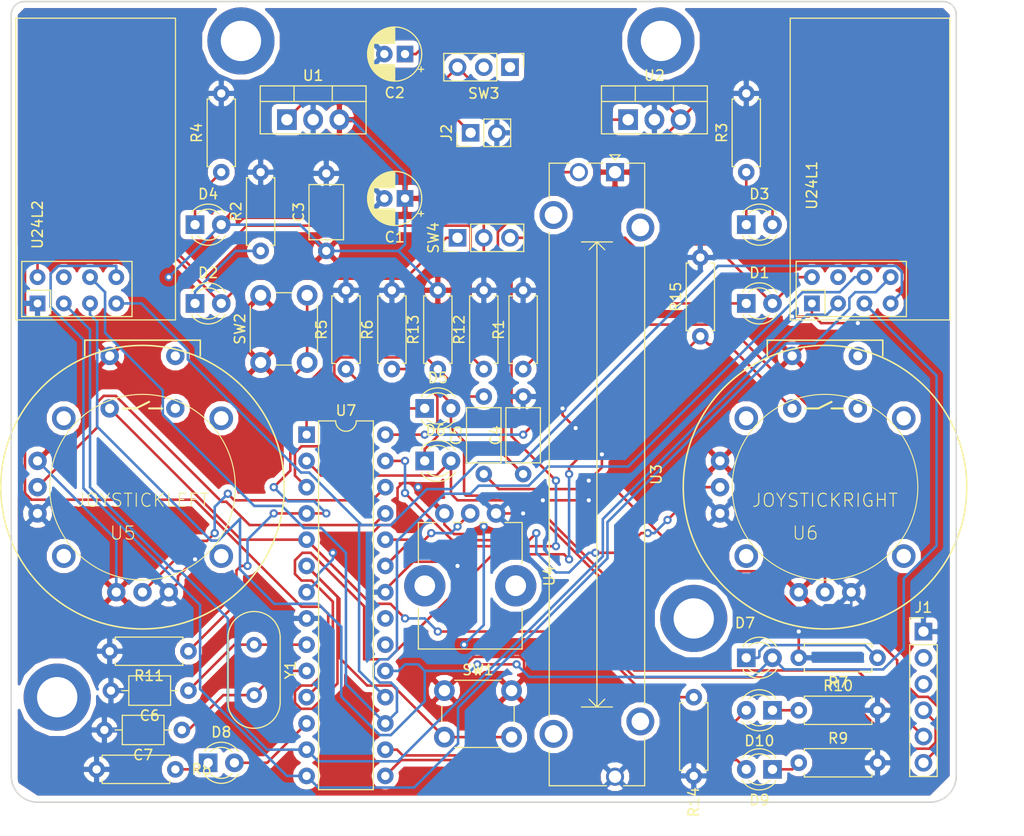
<source format=kicad_pcb>
(kicad_pcb (version 20171130) (host pcbnew "(5.0.2)-1")
  (layers (0 F.Cu signal) (31 B.Cu signal) (34 B.Paste user) (35 F.Paste user) (36 B.SilkS user) (37 F.SilkS user) (38 B.Mask user) (39 F.Mask user) (44 Edge.Cuts user))
  (net 0 "")
  (net 1 5V)
  (net 2 GND)
  (net 3 3V3)
  (net 4 RST)
  (net 5 XTAL1)
  (net 6 XTAL2)
  (net 7 "Net-(D1-Pad1)")
  (net 8 RF1)
  (net 9 RF2)
  (net 10 "Net-(D2-Pad1)")
  (net 11 "Net-(D3-Pad1)")
  (net 12 "Net-(D4-Pad1)")
  (net 13 "Net-(D5-Pad1)")
  (net 14 RX)
  (net 15 "Net-(D6-Pad1)")
  (net 16 D13)
  (net 17 "Net-(D7-Pad1)")
  (net 18 "Net-(D8-Pad1)")
  (net 19 D6)
  (net 20 D9)
  (net 21 "Net-(D9-Pad1)")
  (net 22 D10)
  (net 23 "Net-(D10-Pad1)")
  (net 24 BATT)
  (net 25 D2)
  (net 26 D4)
  (net 27 D3)
  (net 28 D5)
  (net 29 +BATT)
  (net 30 "Net-(SW3-Pad1)")
  (net 31 A0)
  (net 32 A1)
  (net 33 A2)
  (net 34 A3)
  (net 35 D11)
  (net 36 D12)
  (net 37 AVCC)
  (net 38 AREF)
  (net 39 D7)
  (net 40 D8)
  (net 41 "Net-(U24L1-Pad4)")
  (net 42 "Net-(U24L2-Pad4)")
  (net 43 TX)
  (net 44 DTR)
  (net 45 "Net-(J1-Pad2)")
  (net 46 VCC)
  (net 47 A4)
  (net 48 A5)
  (module Capacitor_THT:C_Axial_L3.8mm_D2.6mm_P7.50mm_Horizontal (layer F.Cu) (at 143.51 118.745 180)
    (fp_text reference C7 (at 3.75 -2.42 180) (layer F.SilkS))
    (fp_text value 22p)
    (pad 1 thru_hole circle (at 0 0 180) (size 1.6 1.6) (drill 0.8) (layers *.Cu *.Mask) (net 6 XTAL2))
    (pad 2 thru_hole oval (at 7.5 0 180) (size 1.6 1.6) (drill 0.8) (layers *.Cu *.Mask) (net 2 GND))
  )
  (module Joystick:JOYSTICK (layer F.Cu) (at 139.7 95.25)
    (fp_text reference U5 (at -1.905 4.445) (layer F.SilkS) (effects (font (size 1.27 1.27) (thickness 0.1016))))
    (fp_text value JOYSTICKLEFT (at 0 1.27) (layer F.SilkS) (effects (font (size 1.27 1.27) (thickness 0.1016))))
    (pad V3 thru_hole circle (at -10.16 2.54) (size 1.778 1.778) (drill 0.889) (layers *.Cu F.Paste F.Mask) (net 2 GND))
    (pad V2 thru_hole circle (at -10.16 0) (size 1.778 1.778) (drill 0.889) (layers *.Cu F.Paste F.Mask) (net 33 A2))
    (pad V1 thru_hole circle (at -10.16 -2.54) (size 1.778 1.778) (drill 0.889) (layers *.Cu F.Paste F.Mask) (net 1 5V))
    (pad MOUN thru_hole circle (at 7.62 -6.6675) (size 2.286 2.286) (drill 1.397) (layers *.Cu F.Paste F.Mask))
    (pad MOUN thru_hole circle (at 7.62 6.6675) (size 2.286 2.286) (drill 1.397) (layers *.Cu F.Paste F.Mask))
    (pad MOUN thru_hole circle (at -7.62 6.6675) (size 2.286 2.286) (drill 1.397) (layers *.Cu F.Paste F.Mask))
    (pad MOUN thru_hole circle (at -7.62 -6.6675) (size 2.286 2.286) (drill 1.397) (layers *.Cu F.Paste F.Mask))
    (pad H3 thru_hole circle (at 2.54 10.16) (size 1.778 1.778) (drill 0.889) (layers *.Cu F.Paste F.Mask) (net 2 GND))
    (pad H2 thru_hole circle (at 0 10.16) (size 1.778 1.778) (drill 0.889) (layers *.Cu F.Paste F.Mask) (net 34 A3))
    (pad H1 thru_hole circle (at -2.54 10.16) (size 1.778 1.778) (drill 0.889) (layers *.Cu F.Paste F.Mask) (net 1 5V))
    (pad B2B thru_hole circle (at 3.175 -7.62) (size 1.778 1.778) (drill 0.89916) (layers *.Cu F.Paste F.Mask))
    (pad B2A thru_hole circle (at -3.175 -7.62) (size 1.778 1.778) (drill 0.89916) (layers *.Cu F.Paste F.Mask) (net 27 D3))
    (pad B1B thru_hole circle (at 3.175 -12.7) (size 1.778 1.778) (drill 0.89916) (layers *.Cu F.Paste F.Mask))
    (pad B1A thru_hole circle (at -3.175 -12.7) (size 1.778 1.778) (drill 0.89916) (layers *.Cu F.Paste F.Mask) (net 1 5V))
  )
  (module Resistor_THT:R_Axial_DIN0207_L6.3mm_D2.5mm_P7.62mm_Horizontal (layer F.Cu) (at 193.04 115.57 270)
    (fp_text reference R14 (at 10.16 0 270) (layer F.SilkS))
    (fp_text value 4.7K)
    (pad 1 thru_hole circle (at 0 0 270) (size 1.6 1.6) (drill 0.8) (layers *.Cu *.Mask) (net 27 D3))
    (pad 2 thru_hole oval (at 7.62 0 270) (size 1.6 1.6) (drill 0.8) (layers *.Cu *.Mask) (net 2 GND))
  )
  (module Joystick:JOYSTICK (layer F.Cu) (at 205.74 95.25)
    (fp_text reference U6 (at -1.905 4.445) (layer F.SilkS) (effects (font (size 1.27 1.27) (thickness 0.1016))))
    (fp_text value JOYSTICKRIGHT (at 0 1.27) (layer F.SilkS) (effects (font (size 1.27 1.27) (thickness 0.1016))))
    (pad V3 thru_hole circle (at -10.16 2.54) (size 1.778 1.778) (drill 0.889) (layers *.Cu F.Paste F.Mask) (net 2 GND))
    (pad V2 thru_hole circle (at -10.16 0) (size 1.778 1.778) (drill 0.889) (layers *.Cu F.Paste F.Mask) (net 47 A4))
    (pad V1 thru_hole circle (at -10.16 -2.54) (size 1.778 1.778) (drill 0.889) (layers *.Cu F.Paste F.Mask) (net 1 5V))
    (pad MOUN thru_hole circle (at 7.62 -6.6675) (size 2.286 2.286) (drill 1.397) (layers *.Cu F.Paste F.Mask))
    (pad MOUN thru_hole circle (at 7.62 6.6675) (size 2.286 2.286) (drill 1.397) (layers *.Cu F.Paste F.Mask))
    (pad MOUN thru_hole circle (at -7.62 6.6675) (size 2.286 2.286) (drill 1.397) (layers *.Cu F.Paste F.Mask))
    (pad MOUN thru_hole circle (at -7.62 -6.6675) (size 2.286 2.286) (drill 1.397) (layers *.Cu F.Paste F.Mask))
    (pad H3 thru_hole circle (at 2.54 10.16) (size 1.778 1.778) (drill 0.889) (layers *.Cu F.Paste F.Mask) (net 2 GND))
    (pad H2 thru_hole circle (at 0 10.16) (size 1.778 1.778) (drill 0.889) (layers *.Cu F.Paste F.Mask) (net 48 A5))
    (pad H1 thru_hole circle (at -2.54 10.16) (size 1.778 1.778) (drill 0.889) (layers *.Cu F.Paste F.Mask) (net 1 5V))
    (pad B2B thru_hole circle (at 3.175 -7.62) (size 1.778 1.778) (drill 0.89916) (layers *.Cu F.Paste F.Mask))
    (pad B2A thru_hole circle (at -3.175 -7.62) (size 1.778 1.778) (drill 0.89916) (layers *.Cu F.Paste F.Mask) (net 28 D5))
    (pad B1B thru_hole circle (at 3.175 -12.7) (size 1.778 1.778) (drill 0.89916) (layers *.Cu F.Paste F.Mask))
    (pad B1A thru_hole circle (at -3.175 -12.7) (size 1.778 1.778) (drill 0.89916) (layers *.Cu F.Paste F.Mask) (net 1 5V))
  )
  (module Capacitor_THT:CP_Radial_D5.0mm_P2.00mm (layer F.Cu) (at 165.1 67.31 180)
    (fp_text reference C1 (at 1 -3.75 180) (layer F.SilkS))
    (fp_text value 10u)
    (pad 1 thru_hole rect (at 0 0 180) (size 1.6 1.6) (drill 0.8) (layers *.Cu *.Mask) (net 1 5V))
    (pad 2 thru_hole circle (at 2 0 180) (size 1.6 1.6) (drill 0.8) (layers *.Cu *.Mask) (net 2 GND))
  )
  (module Capacitor_THT:CP_Radial_D5.0mm_P2.00mm (layer F.Cu) (at 165.1 53.34 180)
    (fp_text reference C2 (at 1 -3.75 180) (layer F.SilkS))
    (fp_text value 10u)
    (pad 2 thru_hole circle (at 2 0 180) (size 1.6 1.6) (drill 0.8) (layers *.Cu *.Mask) (net 2 GND))
    (pad 1 thru_hole rect (at 0 0 180) (size 1.6 1.6) (drill 0.8) (layers *.Cu *.Mask) (net 3 3V3))
  )
  (module Capacitor_THT:C_Axial_L5.1mm_D3.1mm_P7.50mm_Horizontal (layer F.Cu) (at 157.48 72.39 90)
    (fp_text reference C3 (at 3.75 -2.67 90) (layer F.SilkS))
    (fp_text value 0.1u)
    (pad 1 thru_hole circle (at 0 0 90) (size 1.6 1.6) (drill 0.8) (layers *.Cu *.Mask) (net 1 5V))
    (pad 2 thru_hole oval (at 7.5 0 90) (size 1.6 1.6) (drill 0.8) (layers *.Cu *.Mask) (net 2 GND))
  )
  (module Capacitor_THT:C_Axial_L5.1mm_D3.1mm_P7.50mm_Horizontal (layer F.Cu) (at 176.53 93.98 90)
    (fp_text reference C4 (at 3.75 -2.67 90) (layer F.SilkS))
    (fp_text value 0.1u)
    (pad 1 thru_hole circle (at 0 0 90) (size 1.6 1.6) (drill 0.8) (layers *.Cu *.Mask) (net 3 3V3))
    (pad 2 thru_hole oval (at 7.5 0 90) (size 1.6 1.6) (drill 0.8) (layers *.Cu *.Mask) (net 2 GND))
  )
  (module Capacitor_THT:C_Axial_L5.1mm_D3.1mm_P7.50mm_Horizontal (layer F.Cu) (at 172.72 93.98 90)
    (fp_text reference C5 (at 3.75 -2.67 90) (layer F.SilkS))
    (fp_text value 0.1u)
    (pad 2 thru_hole oval (at 7.5 0 90) (size 1.6 1.6) (drill 0.8) (layers *.Cu *.Mask) (net 4 RST))
    (pad 1 thru_hole circle (at 0 0 90) (size 1.6 1.6) (drill 0.8) (layers *.Cu *.Mask) (net 44 DTR))
  )
  (module Capacitor_THT:C_Axial_L3.8mm_D2.6mm_P7.50mm_Horizontal (layer F.Cu) (at 144.145 114.935 180)
    (fp_text reference C6 (at 3.75 -2.42 180) (layer F.SilkS))
    (fp_text value 22p)
    (pad 1 thru_hole circle (at 0 0 180) (size 1.6 1.6) (drill 0.8) (layers *.Cu *.Mask) (net 5 XTAL1))
    (pad 2 thru_hole oval (at 7.5 0 180) (size 1.6 1.6) (drill 0.8) (layers *.Cu *.Mask) (net 2 GND))
  )
  (module LED_THT:LED_D3.0mm (layer F.Cu) (at 198.12 77.47)
    (fp_text reference D1 (at 1.27 -2.96) (layer F.SilkS))
    (fp_text value LED)
    (pad 1 thru_hole rect (at 0 0) (size 1.8 1.8) (drill 0.9) (layers *.Cu *.Mask) (net 7 "Net-(D1-Pad1)"))
    (pad 2 thru_hole circle (at 2.54 0) (size 1.8 1.8) (drill 0.9) (layers *.Cu *.Mask) (net 8 RF1))
  )
  (module LED_THT:LED_D3.0mm (layer F.Cu) (at 144.78 77.47)
    (fp_text reference D2 (at 1.27 -2.96) (layer F.SilkS))
    (fp_text value LED)
    (pad 2 thru_hole circle (at 2.54 0) (size 1.8 1.8) (drill 0.9) (layers *.Cu *.Mask) (net 9 RF2))
    (pad 1 thru_hole rect (at 0 0) (size 1.8 1.8) (drill 0.9) (layers *.Cu *.Mask) (net 10 "Net-(D2-Pad1)"))
  )
  (module LED_THT:LED_D3.0mm (layer F.Cu) (at 198.12 69.85)
    (fp_text reference D3 (at 1.27 -2.96) (layer F.SilkS))
    (fp_text value LED)
    (pad 1 thru_hole rect (at 0 0) (size 1.8 1.8) (drill 0.9) (layers *.Cu *.Mask) (net 11 "Net-(D3-Pad1)"))
    (pad 2 thru_hole circle (at 2.54 0) (size 1.8 1.8) (drill 0.9) (layers *.Cu *.Mask) (net 3 3V3))
  )
  (module LED_THT:LED_D3.0mm (layer F.Cu) (at 144.78 69.85)
    (fp_text reference D4 (at 1.27 -2.96) (layer F.SilkS))
    (fp_text value LED)
    (pad 2 thru_hole circle (at 2.54 0) (size 1.8 1.8) (drill 0.9) (layers *.Cu *.Mask) (net 1 5V))
    (pad 1 thru_hole rect (at 0 0) (size 1.8 1.8) (drill 0.9) (layers *.Cu *.Mask) (net 12 "Net-(D4-Pad1)"))
  )
  (module LED_THT:LED_D3.0mm (layer F.Cu) (at 167.005 87.63)
    (fp_text reference D5 (at 1.27 -2.96) (layer F.SilkS))
    (fp_text value LED)
    (pad 1 thru_hole rect (at 0 0) (size 1.8 1.8) (drill 0.9) (layers *.Cu *.Mask) (net 13 "Net-(D5-Pad1)"))
    (pad 2 thru_hole circle (at 2.54 0) (size 1.8 1.8) (drill 0.9) (layers *.Cu *.Mask) (net 43 TX))
  )
  (module LED_THT:LED_D3.0mm (layer F.Cu) (at 167.005 92.71)
    (fp_text reference D6 (at 1.054999 -2.96) (layer F.SilkS))
    (fp_text value LED)
    (pad 1 thru_hole rect (at 0 0) (size 1.8 1.8) (drill 0.9) (layers *.Cu *.Mask) (net 15 "Net-(D6-Pad1)"))
    (pad 2 thru_hole circle (at 2.54 0) (size 1.8 1.8) (drill 0.9) (layers *.Cu *.Mask) (net 14 RX))
  )
  (module LED_THT:LED_D3.0mm (layer F.Cu) (at 198.12 111.76)
    (fp_text reference D7 (at -0.125001 -3.365001) (layer F.SilkS))
    (fp_text value LED)
    (pad 2 thru_hole circle (at 2.54 0) (size 1.8 1.8) (drill 0.9) (layers *.Cu *.Mask) (net 16 D13))
    (pad 1 thru_hole rect (at 0 0) (size 1.8 1.8) (drill 0.9) (layers *.Cu *.Mask) (net 17 "Net-(D7-Pad1)"))
  )
  (module LED_THT:LED_D3.0mm (layer F.Cu) (at 146.05 121.92)
    (fp_text reference D8 (at 1.27 -2.96) (layer F.SilkS))
    (fp_text value LED)
    (pad 1 thru_hole rect (at 0 0) (size 1.8 1.8) (drill 0.9) (layers *.Cu *.Mask) (net 18 "Net-(D8-Pad1)"))
    (pad 2 thru_hole circle (at 2.54 0) (size 1.8 1.8) (drill 0.9) (layers *.Cu *.Mask) (net 19 D6))
  )
  (module LED_THT:LED_D3.0mm (layer F.Cu) (at 200.66 122.555 180)
    (fp_text reference D9 (at 1.27 -2.96 180) (layer F.SilkS))
    (fp_text value LED)
    (pad 2 thru_hole circle (at 2.54 0 180) (size 1.8 1.8) (drill 0.9) (layers *.Cu *.Mask) (net 20 D9))
    (pad 1 thru_hole rect (at 0 0 180) (size 1.8 1.8) (drill 0.9) (layers *.Cu *.Mask) (net 21 "Net-(D9-Pad1)"))
  )
  (module LED_THT:LED_D3.0mm (layer F.Cu) (at 200.66 116.84 180)
    (fp_text reference D10 (at 1.27 -2.96 180) (layer F.SilkS))
    (fp_text value LED)
    (pad 2 thru_hole circle (at 2.54 0 180) (size 1.8 1.8) (drill 0.9) (layers *.Cu *.Mask) (net 22 D10))
    (pad 1 thru_hole rect (at 0 0 180) (size 1.8 1.8) (drill 0.9) (layers *.Cu *.Mask) (net 23 "Net-(D10-Pad1)"))
  )
  (module Connector_PinHeader_2.54mm:PinHeader_1x06_P2.54mm_Vertical (layer F.Cu) (at 215.265 109.22)
    (fp_text reference J1 (at 0 -2.33) (layer F.SilkS))
    (fp_text value Conn_01x06_Male)
    (pad 1 thru_hole rect (at 0 0) (size 1.7 1.7) (drill 1) (layers *.Cu *.Mask) (net 2 GND))
    (pad 2 thru_hole oval (at 0 2.54) (size 1.7 1.7) (drill 1) (layers *.Cu *.Mask) (net 45 "Net-(J1-Pad2)"))
    (pad 3 thru_hole oval (at 0 5.08) (size 1.7 1.7) (drill 1) (layers *.Cu *.Mask) (net 46 VCC))
    (pad 4 thru_hole oval (at 0 7.62) (size 1.7 1.7) (drill 1) (layers *.Cu *.Mask) (net 14 RX))
    (pad 5 thru_hole oval (at 0 10.16) (size 1.7 1.7) (drill 1) (layers *.Cu *.Mask) (net 43 TX))
    (pad 6 thru_hole oval (at 0 12.7) (size 1.7 1.7) (drill 1) (layers *.Cu *.Mask) (net 44 DTR))
  )
  (module Connector_PinHeader_2.54mm:PinHeader_1x02_P2.54mm_Vertical (layer F.Cu) (at 171.45 60.96 90)
    (fp_text reference J2 (at 0 -2.33 90) (layer F.SilkS))
    (fp_text value BATT_01x02_Male)
    (pad 1 thru_hole rect (at 0 0 90) (size 1.7 1.7) (drill 1) (layers *.Cu *.Mask) (net 24 BATT))
    (pad 2 thru_hole oval (at 0 2.54 90) (size 1.7 1.7) (drill 1) (layers *.Cu *.Mask) (net 2 GND))
  )
  (module Resistor_THT:R_Axial_DIN0207_L6.3mm_D2.5mm_P7.62mm_Horizontal (layer F.Cu) (at 176.53 83.82 90)
    (fp_text reference R1 (at 3.81 -2.37 90) (layer F.SilkS))
    (fp_text value 180)
    (pad 1 thru_hole circle (at 0 0 90) (size 1.6 1.6) (drill 0.8) (layers *.Cu *.Mask) (net 7 "Net-(D1-Pad1)"))
    (pad 2 thru_hole oval (at 7.62 0 90) (size 1.6 1.6) (drill 0.8) (layers *.Cu *.Mask) (net 2 GND))
  )
  (module Resistor_THT:R_Axial_DIN0207_L6.3mm_D2.5mm_P7.62mm_Horizontal (layer F.Cu) (at 151.13 72.39 90)
    (fp_text reference R2 (at 3.81 -2.37 90) (layer F.SilkS))
    (fp_text value 180)
    (pad 2 thru_hole oval (at 7.62 0 90) (size 1.6 1.6) (drill 0.8) (layers *.Cu *.Mask) (net 2 GND))
    (pad 1 thru_hole circle (at 0 0 90) (size 1.6 1.6) (drill 0.8) (layers *.Cu *.Mask) (net 10 "Net-(D2-Pad1)"))
  )
  (module Resistor_THT:R_Axial_DIN0207_L6.3mm_D2.5mm_P7.62mm_Horizontal (layer F.Cu) (at 198.12 64.77 90)
    (fp_text reference R3 (at 3.81 -2.37 90) (layer F.SilkS))
    (fp_text value 180)
    (pad 1 thru_hole circle (at 0 0 90) (size 1.6 1.6) (drill 0.8) (layers *.Cu *.Mask) (net 11 "Net-(D3-Pad1)"))
    (pad 2 thru_hole oval (at 7.62 0 90) (size 1.6 1.6) (drill 0.8) (layers *.Cu *.Mask) (net 2 GND))
  )
  (module Resistor_THT:R_Axial_DIN0207_L6.3mm_D2.5mm_P7.62mm_Horizontal (layer F.Cu) (at 147.32 64.77 90)
    (fp_text reference R4 (at 3.81 -2.37 90) (layer F.SilkS))
    (fp_text value 270)
    (pad 2 thru_hole oval (at 7.62 0 90) (size 1.6 1.6) (drill 0.8) (layers *.Cu *.Mask) (net 2 GND))
    (pad 1 thru_hole circle (at 0 0 90) (size 1.6 1.6) (drill 0.8) (layers *.Cu *.Mask) (net 12 "Net-(D4-Pad1)"))
  )
  (module Resistor_THT:R_Axial_DIN0207_L6.3mm_D2.5mm_P7.62mm_Horizontal (layer F.Cu) (at 159.385 83.82 90)
    (fp_text reference R5 (at 3.81 -2.37 90) (layer F.SilkS))
    (fp_text value 270)
    (pad 1 thru_hole circle (at 0 0 90) (size 1.6 1.6) (drill 0.8) (layers *.Cu *.Mask) (net 13 "Net-(D5-Pad1)"))
    (pad 2 thru_hole oval (at 7.62 0 90) (size 1.6 1.6) (drill 0.8) (layers *.Cu *.Mask) (net 2 GND))
  )
  (module Resistor_THT:R_Axial_DIN0207_L6.3mm_D2.5mm_P7.62mm_Horizontal (layer F.Cu) (at 163.83 83.82 90)
    (fp_text reference R6 (at 3.81 -2.37 90) (layer F.SilkS))
    (fp_text value 270)
    (pad 2 thru_hole oval (at 7.62 0 90) (size 1.6 1.6) (drill 0.8) (layers *.Cu *.Mask) (net 2 GND))
    (pad 1 thru_hole circle (at 0 0 90) (size 1.6 1.6) (drill 0.8) (layers *.Cu *.Mask) (net 15 "Net-(D6-Pad1)"))
  )
  (module Resistor_THT:R_Axial_DIN0207_L6.3mm_D2.5mm_P7.62mm_Horizontal (layer F.Cu) (at 210.82 111.76 180)
    (fp_text reference R7 (at 3.81 -2.37 180) (layer F.SilkS))
    (fp_text value 270)
    (pad 1 thru_hole circle (at 0 0 180) (size 1.6 1.6) (drill 0.8) (layers *.Cu *.Mask) (net 17 "Net-(D7-Pad1)"))
    (pad 2 thru_hole oval (at 7.62 0 180) (size 1.6 1.6) (drill 0.8) (layers *.Cu *.Mask) (net 2 GND))
  )
  (module Resistor_THT:R_Axial_DIN0207_L6.3mm_D2.5mm_P7.62mm_Horizontal (layer F.Cu) (at 142.875 122.555 180)
    (fp_text reference R8 (at -2.54 0 180) (layer F.SilkS))
    (fp_text value 270)
    (pad 1 thru_hole circle (at 0 0 180) (size 1.6 1.6) (drill 0.8) (layers *.Cu *.Mask) (net 18 "Net-(D8-Pad1)"))
    (pad 2 thru_hole oval (at 7.62 0 180) (size 1.6 1.6) (drill 0.8) (layers *.Cu *.Mask) (net 2 GND))
  )
  (module Resistor_THT:R_Axial_DIN0207_L6.3mm_D2.5mm_P7.62mm_Horizontal (layer F.Cu) (at 203.2 121.92)
    (fp_text reference R9 (at 3.81 -2.37) (layer F.SilkS))
    (fp_text value 270)
    (pad 1 thru_hole circle (at 0 0) (size 1.6 1.6) (drill 0.8) (layers *.Cu *.Mask) (net 21 "Net-(D9-Pad1)"))
    (pad 2 thru_hole oval (at 7.62 0) (size 1.6 1.6) (drill 0.8) (layers *.Cu *.Mask) (net 2 GND))
  )
  (module Resistor_THT:R_Axial_DIN0207_L6.3mm_D2.5mm_P7.62mm_Horizontal (layer F.Cu) (at 203.2 116.84)
    (fp_text reference R10 (at 3.81 -2.37) (layer F.SilkS))
    (fp_text value 270)
    (pad 2 thru_hole oval (at 7.62 0) (size 1.6 1.6) (drill 0.8) (layers *.Cu *.Mask) (net 2 GND))
    (pad 1 thru_hole circle (at 0 0) (size 1.6 1.6) (drill 0.8) (layers *.Cu *.Mask) (net 23 "Net-(D10-Pad1)"))
  )
  (module Resistor_THT:R_Axial_DIN0207_L6.3mm_D2.5mm_P7.62mm_Horizontal (layer F.Cu) (at 144.145 111.125 180)
    (fp_text reference R11 (at 3.81 -2.37 180) (layer F.SilkS))
    (fp_text value 4.7K)
    (pad 1 thru_hole circle (at 0 0 180) (size 1.6 1.6) (drill 0.8) (layers *.Cu *.Mask) (net 25 D2))
    (pad 2 thru_hole oval (at 7.62 0 180) (size 1.6 1.6) (drill 0.8) (layers *.Cu *.Mask) (net 2 GND))
  )
  (module Resistor_THT:R_Axial_DIN0207_L6.3mm_D2.5mm_P7.62mm_Horizontal (layer F.Cu) (at 172.72 83.82 90)
    (fp_text reference R12 (at 3.81 -2.37 90) (layer F.SilkS))
    (fp_text value 4.7K)
    (pad 2 thru_hole oval (at 7.62 0 90) (size 1.6 1.6) (drill 0.8) (layers *.Cu *.Mask) (net 2 GND))
    (pad 1 thru_hole circle (at 0 0 90) (size 1.6 1.6) (drill 0.8) (layers *.Cu *.Mask) (net 26 D4))
  )
  (module Resistor_THT:R_Axial_DIN0207_L6.3mm_D2.5mm_P7.62mm_Horizontal (layer F.Cu) (at 168.275 83.82 90)
    (fp_text reference R13 (at 3.81 -2.37 90) (layer F.SilkS))
    (fp_text value 10K)
    (pad 1 thru_hole circle (at 0 0 90) (size 1.6 1.6) (drill 0.8) (layers *.Cu *.Mask) (net 4 RST))
    (pad 2 thru_hole oval (at 7.62 0 90) (size 1.6 1.6) (drill 0.8) (layers *.Cu *.Mask) (net 1 5V))
  )
  (module Resistor_THT:R_Axial_DIN0207_L6.3mm_D2.5mm_P7.62mm_Horizontal (layer F.Cu) (at 193.675 80.645 90)
    (fp_text reference R15 (at 3.81 -2.37 90) (layer F.SilkS))
    (fp_text value 4.7K)
    (pad 1 thru_hole circle (at 0 0 90) (size 1.6 1.6) (drill 0.8) (layers *.Cu *.Mask) (net 28 D5))
    (pad 2 thru_hole oval (at 7.62 0 90) (size 1.6 1.6) (drill 0.8) (layers *.Cu *.Mask) (net 2 GND))
  )
  (module Button_Switch_THT:SW_PUSH_6mm_H5mm (layer F.Cu) (at 168.91 114.935)
    (fp_text reference SW1 (at 3.25 -2) (layer F.SilkS))
    (fp_text value SW_Push_Dual)
    (pad 2 thru_hole circle (at 0 4.5 90) (size 2 2) (drill 1.1) (layers *.Cu *.Mask) (net 26 D4))
    (pad 1 thru_hole circle (at 0 0 90) (size 2 2) (drill 1.1) (layers *.Cu *.Mask) (net 1 5V))
    (pad 2 thru_hole circle (at 6.5 4.5 90) (size 2 2) (drill 1.1) (layers *.Cu *.Mask) (net 26 D4))
    (pad 1 thru_hole circle (at 6.5 0 90) (size 2 2) (drill 1.1) (layers *.Cu *.Mask) (net 1 5V))
  )
  (module Button_Switch_THT:SW_PUSH_6mm_H5mm (layer F.Cu) (at 151.13 83.185 90)
    (fp_text reference SW2 (at 3.25 -2 90) (layer F.SilkS))
    (fp_text value SW_Push_Dual)
    (pad 1 thru_hole circle (at 6.5 0 180) (size 2 2) (drill 1.1) (layers *.Cu *.Mask) (net 1 5V))
    (pad 2 thru_hole circle (at 6.5 4.5 180) (size 2 2) (drill 1.1) (layers *.Cu *.Mask) (net 25 D2))
    (pad 1 thru_hole circle (at 0 0 180) (size 2 2) (drill 1.1) (layers *.Cu *.Mask) (net 1 5V))
    (pad 2 thru_hole circle (at 0 4.5 180) (size 2 2) (drill 1.1) (layers *.Cu *.Mask) (net 25 D2))
  )
  (module Connector_PinHeader_2.54mm:PinHeader_1x03_P2.54mm_Vertical (layer F.Cu) (at 175.26 54.61 270)
    (fp_text reference SW3 (at 2.54 2.54) (layer F.SilkS))
    (fp_text value SW_SPDT)
    (pad 3 thru_hole oval (at 0 5.08 270) (size 1.7 1.7) (drill 1) (layers *.Cu *.Mask) (net 24 BATT))
    (pad 2 thru_hole oval (at 0 2.54 270) (size 1.7 1.7) (drill 1) (layers *.Cu *.Mask) (net 29 +BATT))
    (pad 1 thru_hole rect (at 0 0 270) (size 1.7 1.7) (drill 1) (layers *.Cu *.Mask) (net 30 "Net-(SW3-Pad1)"))
  )
  (module Connector_PinHeader_2.54mm:PinHeader_1x03_P2.54mm_Vertical (layer F.Cu) (at 170.18 71.12 90)
    (fp_text reference SW4 (at 0 -2.33 90) (layer F.SilkS))
    (fp_text value SW_SPDT)
    (pad 1 thru_hole rect (at 0 0 90) (size 1.7 1.7) (drill 1) (layers *.Cu *.Mask) (net 9 RF2))
    (pad 2 thru_hole oval (at 0 2.54 90) (size 1.7 1.7) (drill 1) (layers *.Cu *.Mask) (net 3 3V3))
    (pad 3 thru_hole oval (at 0 5.08 90) (size 1.7 1.7) (drill 1) (layers *.Cu *.Mask) (net 8 RF1))
  )
  (module Package_TO_SOT_THT:TO-220-3_Vertical (layer F.Cu) (at 153.67 59.69)
    (fp_text reference U1 (at 2.54 -4.27) (layer F.SilkS))
    (fp_text value LF50_TO220)
    (pad 3 thru_hole oval (at 5.08 0) (size 1.905 2) (drill 1.1) (layers *.Cu *.Mask) (net 1 5V))
    (pad 2 thru_hole oval (at 2.54 0) (size 1.905 2) (drill 1.1) (layers *.Cu *.Mask) (net 2 GND))
    (pad 1 thru_hole rect (at 0 0) (size 1.905 2) (drill 1.1) (layers *.Cu *.Mask) (net 24 BATT))
  )
  (module Package_TO_SOT_THT:TO-220-3_Vertical (layer F.Cu) (at 186.69 59.69)
    (fp_text reference U2 (at 2.54 -4.27) (layer F.SilkS))
    (fp_text value LF33_TO220)
    (pad 1 thru_hole rect (at 0 0) (size 1.905 2) (drill 1.1) (layers *.Cu *.Mask) (net 24 BATT))
    (pad 2 thru_hole oval (at 2.54 0) (size 1.905 2) (drill 1.1) (layers *.Cu *.Mask) (net 2 GND))
    (pad 3 thru_hole oval (at 5.08 0) (size 1.905 2) (drill 1.1) (layers *.Cu *.Mask) (net 3 3V3))
  )
  (module Potentiometer_THT:Potentiometer_Bourns_PTA4543_Single_Slide (layer F.Cu) (at 185.42 64.77 270)
    (fp_text reference U3 (at 29.25 -4 270) (layer F.SilkS))
    (fp_text value PTA4543)
    (pad 1 thru_hole rect (at 0 0 270) (size 1.75 1.75) (drill 1.2) (layers *.Cu *.Mask) (net 1 5V))
    (pad 2 thru_hole circle (at 0 3.5 270) (size 1.75 1.75) (drill 1.2) (layers *.Cu *.Mask) (net 31 A0))
    (pad 3 thru_hole circle (at 58.5 0 270) (size 1.75 1.75) (drill 1.2) (layers *.Cu *.Mask) (net 2 GND))
    (pad MP thru_hole circle (at 5.35 -2.45 270) (size 2.7 2.7) (drill 1.7) (layers *.Cu *.Mask))
    (pad MP thru_hole circle (at 53.15 -2.45 270) (size 2.7 2.7) (drill 1.7) (layers *.Cu *.Mask))
    (pad MP thru_hole circle (at 4.15 5.95 270) (size 2.7 2.7) (drill 1.7) (layers *.Cu *.Mask))
    (pad MP thru_hole circle (at 54.35 5.95 270) (size 2.7 2.7) (drill 1.7) (layers *.Cu *.Mask))
  )
  (module Potentiometer_THT:Potentiometer_Alps_RK09K_Single_Vertical (layer F.Cu) (at 168.91 97.79 270)
    (fp_text reference U4 (at 6.05 -10.15 270) (layer F.SilkS))
    (fp_text value P090S)
    (pad 3 thru_hole circle (at 0 -5 270) (size 1.8 1.8) (drill 1) (layers *.Cu *.Mask) (net 2 GND))
    (pad 2 thru_hole circle (at 0 -2.5 270) (size 1.8 1.8) (drill 1) (layers *.Cu *.Mask) (net 32 A1))
    (pad 1 thru_hole circle (at 0 0 270) (size 1.8 1.8) (drill 1) (layers *.Cu *.Mask) (net 1 5V))
    (pad "" np_thru_hole circle (at 7 -6.9 270) (size 4 4) (drill 2) (layers *.Cu *.Mask))
    (pad "" np_thru_hole circle (at 7 1.9 270) (size 4 4) (drill 2) (layers *.Cu *.Mask))
  )
  (module Package_DIP:DIP-28_W7.62mm (layer F.Cu) (at 155.575 90.17)
    (fp_text reference U7 (at 3.81 -2.33) (layer F.SilkS))
    (fp_text value ATmega328P-PU-DIP28)
    (pad 1 thru_hole rect (at 0 0) (size 1.6 1.6) (drill 0.8) (layers *.Cu *.Mask) (net 4 RST))
    (pad 15 thru_hole oval (at 7.62 33.02) (size 1.6 1.6) (drill 0.8) (layers *.Cu *.Mask) (net 20 D9))
    (pad 2 thru_hole oval (at 0 2.54) (size 1.6 1.6) (drill 0.8) (layers *.Cu *.Mask) (net 14 RX))
    (pad 16 thru_hole oval (at 7.62 30.48) (size 1.6 1.6) (drill 0.8) (layers *.Cu *.Mask) (net 22 D10))
    (pad 3 thru_hole oval (at 0 5.08) (size 1.6 1.6) (drill 0.8) (layers *.Cu *.Mask) (net 43 TX))
    (pad 17 thru_hole oval (at 7.62 27.94) (size 1.6 1.6) (drill 0.8) (layers *.Cu *.Mask) (net 35 D11))
    (pad 4 thru_hole oval (at 0 7.62) (size 1.6 1.6) (drill 0.8) (layers *.Cu *.Mask) (net 25 D2))
    (pad 18 thru_hole oval (at 7.62 25.4) (size 1.6 1.6) (drill 0.8) (layers *.Cu *.Mask) (net 36 D12))
    (pad 5 thru_hole oval (at 0 10.16) (size 1.6 1.6) (drill 0.8) (layers *.Cu *.Mask) (net 27 D3))
    (pad 19 thru_hole oval (at 7.62 22.86) (size 1.6 1.6) (drill 0.8) (layers *.Cu *.Mask) (net 16 D13))
    (pad 6 thru_hole oval (at 0 12.7) (size 1.6 1.6) (drill 0.8) (layers *.Cu *.Mask) (net 26 D4))
    (pad 20 thru_hole oval (at 7.62 20.32) (size 1.6 1.6) (drill 0.8) (layers *.Cu *.Mask) (net 37 AVCC))
    (pad 7 thru_hole oval (at 0 15.24) (size 1.6 1.6) (drill 0.8) (layers *.Cu *.Mask) (net 1 5V))
    (pad 21 thru_hole oval (at 7.62 17.78) (size 1.6 1.6) (drill 0.8) (layers *.Cu *.Mask) (net 38 AREF))
    (pad 8 thru_hole oval (at 0 17.78) (size 1.6 1.6) (drill 0.8) (layers *.Cu *.Mask) (net 2 GND))
    (pad 22 thru_hole oval (at 7.62 15.24) (size 1.6 1.6) (drill 0.8) (layers *.Cu *.Mask) (net 2 GND))
    (pad 9 thru_hole oval (at 0 20.32) (size 1.6 1.6) (drill 0.8) (layers *.Cu *.Mask) (net 5 XTAL1))
    (pad 23 thru_hole oval (at 7.62 12.7) (size 1.6 1.6) (drill 0.8) (layers *.Cu *.Mask) (net 31 A0))
    (pad 10 thru_hole oval (at 0 22.86) (size 1.6 1.6) (drill 0.8) (layers *.Cu *.Mask) (net 6 XTAL2))
    (pad 24 thru_hole oval (at 7.62 10.16) (size 1.6 1.6) (drill 0.8) (layers *.Cu *.Mask) (net 32 A1))
    (pad 11 thru_hole oval (at 0 25.4) (size 1.6 1.6) (drill 0.8) (layers *.Cu *.Mask) (net 28 D5))
    (pad 25 thru_hole oval (at 7.62 7.62) (size 1.6 1.6) (drill 0.8) (layers *.Cu *.Mask) (net 33 A2))
    (pad 12 thru_hole oval (at 0 27.94) (size 1.6 1.6) (drill 0.8) (layers *.Cu *.Mask) (net 19 D6))
    (pad 26 thru_hole oval (at 7.62 5.08) (size 1.6 1.6) (drill 0.8) (layers *.Cu *.Mask) (net 34 A3))
    (pad 13 thru_hole oval (at 0 30.48) (size 1.6 1.6) (drill 0.8) (layers *.Cu *.Mask) (net 39 D7))
    (pad 27 thru_hole oval (at 7.62 2.54) (size 1.6 1.6) (drill 0.8) (layers *.Cu *.Mask) (net 47 A4))
    (pad 14 thru_hole oval (at 0 33.02) (size 1.6 1.6) (drill 0.8) (layers *.Cu *.Mask) (net 40 D8))
    (pad 28 thru_hole oval (at 7.62 0) (size 1.6 1.6) (drill 0.8) (layers *.Cu *.Mask) (net 48 A5))
  )
  (module RF_Module:nRF24L01_Breakout (layer F.Cu) (at 204.47 77.47 90)
    (fp_text reference U24L1 (at 11.43 0 90) (layer F.SilkS))
    (fp_text value NRF24L01_Breakout)
    (pad 8 thru_hole circle (at 2.54 7.62 90) (size 1.524 1.524) (drill 0.762) (layers *.Cu *.Mask) (net 40 D8))
    (pad 7 thru_hole circle (at 0 7.62 90) (size 1.524 1.524) (drill 0.762) (layers *.Cu *.Mask) (net 36 D12))
    (pad 6 thru_hole circle (at 2.54 5.08 90) (size 1.524 1.524) (drill 0.762) (layers *.Cu *.Mask) (net 35 D11))
    (pad 5 thru_hole circle (at 0 5.08 90) (size 1.524 1.524) (drill 0.762) (layers *.Cu *.Mask) (net 16 D13))
    (pad 4 thru_hole circle (at 2.54 2.54 90) (size 1.524 1.524) (drill 0.762) (layers *.Cu *.Mask) (net 41 "Net-(U24L1-Pad4)"))
    (pad 3 thru_hole circle (at 0 2.54 90) (size 1.524 1.524) (drill 0.762) (layers *.Cu *.Mask) (net 39 D7))
    (pad 2 thru_hole circle (at 2.54 0 90) (size 1.524 1.524) (drill 0.762) (layers *.Cu *.Mask) (net 8 RF1))
    (pad 1 thru_hole rect (at 0 0 90) (size 1.524 1.524) (drill 0.762) (layers *.Cu *.Mask) (net 2 GND))
  )
  (module RF_Module:nRF24L01_Breakout (layer F.Cu) (at 129.54 77.47 90)
    (fp_text reference U24L2 (at 7.62 0 90) (layer F.SilkS))
    (fp_text value NRF24L01_Breakout)
    (pad 1 thru_hole rect (at 0 0 90) (size 1.524 1.524) (drill 0.762) (layers *.Cu *.Mask) (net 2 GND))
    (pad 2 thru_hole circle (at 2.54 0 90) (size 1.524 1.524) (drill 0.762) (layers *.Cu *.Mask) (net 9 RF2))
    (pad 3 thru_hole circle (at 0 2.54 90) (size 1.524 1.524) (drill 0.762) (layers *.Cu *.Mask) (net 39 D7))
    (pad 4 thru_hole circle (at 2.54 2.54 90) (size 1.524 1.524) (drill 0.762) (layers *.Cu *.Mask) (net 42 "Net-(U24L2-Pad4)"))
    (pad 5 thru_hole circle (at 0 5.08 90) (size 1.524 1.524) (drill 0.762) (layers *.Cu *.Mask) (net 16 D13))
    (pad 6 thru_hole circle (at 2.54 5.08 90) (size 1.524 1.524) (drill 0.762) (layers *.Cu *.Mask) (net 35 D11))
    (pad 7 thru_hole circle (at 0 7.62 90) (size 1.524 1.524) (drill 0.762) (layers *.Cu *.Mask) (net 36 D12))
    (pad 8 thru_hole circle (at 2.54 7.62 90) (size 1.524 1.524) (drill 0.762) (layers *.Cu *.Mask) (net 40 D8))
  )
  (module Crystal:Crystal_HC49-U_Vertical (layer F.Cu) (at 150.495 110.49 270)
    (fp_text reference Y1 (at 2.44 -3.525 270) (layer F.SilkS))
    (fp_text value Crystal)
    (pad 1 thru_hole circle (at 0 0 270) (size 1.5 1.5) (drill 0.8) (layers *.Cu *.Mask) (net 5 XTAL1))
    (pad 2 thru_hole circle (at 4.88 0 270) (size 1.5 1.5) (drill 0.8) (layers *.Cu *.Mask) (net 6 XTAL2))
  )
  (gr_line (start 218.44 49.53) (end 218.44 123.19) (layer Edge.Cuts) (width 0.15))
  (gr_line (start 128.27 48.26) (end 217.17 48.26) (layer Edge.Cuts) (width 0.15))
  (gr_line (start 127 123.19) (end 127 49.53) (layer Edge.Cuts) (width 0.15))
  (gr_line (start 215.9 125.73) (end 129.54 125.73) (layer Edge.Cuts) (width 0.15))
  (gr_arc (start 215.9 123.19) (end 215.9 125.73) (angle -90) (layer Edge.Cuts) (width 0.15))
  (gr_arc (start 129.54 123.19) (end 127 123.19) (angle -90) (layer Edge.Cuts) (width 0.15))
  (gr_arc (start 128.27 49.53) (end 128.27 48.26) (angle -90) (layer Edge.Cuts) (width 0.15))
  (gr_arc (start 217.17 49.53) (end 218.44 49.53) (angle -90) (layer Edge.Cuts) (width 0.15))
  (via (at 189.865 52.07) (size 6.5) (drill 3.9) (layers F.Cu B.Cu) (net 0))
  (via (at 193.04 107.95) (size 6.5) (drill 3.9) (layers F.Cu B.Cu) (net 0))
  (via (at 131.445 115.57) (size 6.5) (drill 3.9) (layers F.Cu B.Cu) (net 0))
  (via (at 181.61 89.535) (size 0.8) (drill 0.4) (layers F.Cu B.Cu) (net 2))
  (segment (start 181.61 89.535) (end 184.15 92.075) (width 0.25) (layer B.Cu) (net 2))
  (segment (start 184.15 92.075) (end 184.15 92.075) (width 0.25) (layer B.Cu) (net 2))
  (via (at 184.15 92.075) (size 0.8) (drill 0.4) (layers F.Cu B.Cu) (net 2))
  (via (at 182.88 96.52) (size 0.8) (drill 0.4) (layers F.Cu B.Cu) (net 2))
  (segment (start 159.9525 59.69) (end 158.75 59.69) (width 0.25) (layer B.Cu) (net 1))
  (segment (start 165.1 64.8375) (end 159.9525 59.69) (width 0.25) (layer B.Cu) (net 1))
  (segment (start 165.1 67.31) (end 165.1 64.8375) (width 0.25) (layer B.Cu) (net 1))
  (segment (start 164.465 72.39) (end 168.275 76.2) (width 0.25) (layer B.Cu) (net 1))
  (segment (start 157.48 72.39) (end 164.465 72.39) (width 0.25) (layer B.Cu) (net 1))
  (segment (start 165.1 71.755) (end 165.1 67.31) (width 0.25) (layer B.Cu) (net 1))
  (segment (start 164.465 72.39) (end 165.1 71.755) (width 0.25) (layer B.Cu) (net 1))
  (segment (start 154.94 69.85) (end 157.48 72.39) (width 0.25) (layer B.Cu) (net 1))
  (segment (start 147.32 69.85) (end 154.94 69.85) (width 0.25) (layer B.Cu) (net 1))
  (segment (start 156.700001 104.284999) (end 156.700001 103.649999) (width 0.25) (layer B.Cu) (net 1))
  (segment (start 155.575 105.41) (end 156.700001 104.284999) (width 0.25) (layer B.Cu) (net 1))
  (segment (start 156.700001 103.649999) (end 158.115 102.235) (width 0.25) (layer B.Cu) (net 1))
  (segment (start 158.115 102.235) (end 158.115 101.6) (width 0.25) (layer B.Cu) (net 1))
  (segment (start 158.115 101.6) (end 158.115 101.6) (width 0.25) (layer B.Cu) (net 1))
  (via (at 158.115 101.6) (size 0.8) (drill 0.4) (layers F.Cu B.Cu) (net 1))
  (segment (start 168.91 97.79) (end 166.37 95.25) (width 0.25) (layer F.Cu) (net 1))
  (segment (start 166.37 95.25) (end 166.37 95.25) (width 0.25) (layer F.Cu) (net 1))
  (via (at 166.37 95.25) (size 0.8) (drill 0.4) (layers F.Cu B.Cu) (net 1))
  (segment (start 165.970001 94.850001) (end 166.37 95.25) (width 0.25) (layer F.Cu) (net 1))
  (segment (start 164.864999 94.850001) (end 165.970001 94.850001) (width 0.25) (layer F.Cu) (net 1))
  (segment (start 164.374999 95.340001) (end 164.864999 94.850001) (width 0.25) (layer F.Cu) (net 1))
  (segment (start 162.706409 98.915001) (end 163.735001 98.915001) (width 0.25) (layer F.Cu) (net 1))
  (segment (start 163.735001 98.915001) (end 164.374999 98.275003) (width 0.25) (layer F.Cu) (net 1))
  (segment (start 164.374999 98.275003) (end 164.374999 95.340001) (width 0.25) (layer F.Cu) (net 1))
  (segment (start 176.409999 113.935001) (end 175.41 114.935) (width 0.25) (layer F.Cu) (net 1))
  (segment (start 176.620001 113.724999) (end 176.409999 113.935001) (width 0.25) (layer F.Cu) (net 1))
  (segment (start 176.620001 112.046999) (end 176.620001 113.724999) (width 0.25) (layer F.Cu) (net 1))
  (segment (start 176.243001 111.669999) (end 176.620001 112.046999) (width 0.25) (layer F.Cu) (net 1))
  (segment (start 171.736999 111.669999) (end 176.243001 111.669999) (width 0.25) (layer F.Cu) (net 1))
  (segment (start 169.909999 113.496999) (end 171.736999 111.669999) (width 0.25) (layer F.Cu) (net 1))
  (segment (start 169.909999 113.935001) (end 169.909999 113.496999) (width 0.25) (layer F.Cu) (net 1))
  (segment (start 168.91 114.935) (end 169.909999 113.935001) (width 0.25) (layer F.Cu) (net 1))
  (segment (start 137.16 100.33) (end 137.16 105.41) (width 0.25) (layer B.Cu) (net 1))
  (segment (start 129.54 92.71) (end 137.16 100.33) (width 0.25) (layer B.Cu) (net 1))
  (segment (start 147.32 69.85) (end 142.24 74.93) (width 0.25) (layer B.Cu) (net 1))
  (segment (start 142.24 74.93) (end 142.24 74.93) (width 0.25) (layer B.Cu) (net 1))
  (via (at 142.24 74.93) (size 0.8) (drill 0.4) (layers F.Cu B.Cu) (net 1))
  (segment (start 169.831999 99.785001) (end 172.629999 99.785001) (width 0.25) (layer F.Cu) (net 1))
  (segment (start 168.91 97.79) (end 168.91 98.863002) (width 0.25) (layer F.Cu) (net 1))
  (segment (start 168.91 98.863002) (end 169.831999 99.785001) (width 0.25) (layer F.Cu) (net 1))
  (segment (start 172.629999 99.785001) (end 172.72 99.06) (width 0.25) (layer F.Cu) (net 1))
  (segment (start 172.72 99.06) (end 172.629999 99.150001) (width 0.25) (layer F.Cu) (net 1))
  (via (at 172.72 99.06) (size 0.8) (drill 0.4) (layers F.Cu B.Cu) (net 1))
  (segment (start 172.72 99.06) (end 172.72 108.585) (width 0.25) (layer B.Cu) (net 1))
  (segment (start 172.72 108.585) (end 170.815 110.49) (width 0.25) (layer B.Cu) (net 1))
  (segment (start 170.815 110.49) (end 170.815 110.49) (width 0.25) (layer B.Cu) (net 1))
  (via (at 170.815 110.49) (size 0.8) (drill 0.4) (layers F.Cu B.Cu) (net 1))
  (segment (start 162.069999 99.551411) (end 162.706409 98.915001) (width 0.25) (layer F.Cu) (net 1))
  (via (at 202.565 78.74) (size 0.8) (drill 0.4) (layers F.Cu B.Cu) (net 2))
  (via (at 149.225 52.07) (size 6.5) (drill 3.9) (layers F.Cu B.Cu) (net 0))
  (segment (start 208.28 105.41) (end 208.28 106.68) (width 0.25) (layer B.Cu) (net 2))
  (via (at 203.2 109.22) (size 0.8) (drill 0.4) (layers F.Cu B.Cu) (net 2))
  (segment (start 203.2 111.76) (end 203.2 109.22) (width 0.25) (layer F.Cu) (net 2))
  (segment (start 205.74 106.68) (end 203.2 109.22) (width 0.25) (layer B.Cu) (net 2))
  (segment (start 208.28 106.68) (end 205.74 106.68) (width 0.25) (layer B.Cu) (net 2))
  (segment (start 204.47 78.482) (end 205.363 79.375) (width 0.25) (layer F.Cu) (net 2))
  (segment (start 205.363 79.375) (end 208.915 79.375) (width 0.25) (layer F.Cu) (net 2))
  (segment (start 208.915 79.375) (end 208.915 79.375) (width 0.25) (layer F.Cu) (net 2))
  (via (at 208.915 79.375) (size 0.8) (drill 0.4) (layers F.Cu B.Cu) (net 2))
  (segment (start 143.128999 104.521001) (end 143.128999 103.886001) (width 0.25) (layer F.Cu) (net 2))
  (segment (start 142.24 105.41) (end 143.128999 104.521001) (width 0.25) (layer F.Cu) (net 2))
  (segment (start 143.128999 103.886001) (end 144.78 102.235) (width 0.25) (layer F.Cu) (net 2))
  (segment (start 144.78 102.235) (end 144.78 102.235) (width 0.25) (layer F.Cu) (net 2))
  (via (at 144.78 102.235) (size 0.8) (drill 0.4) (layers F.Cu B.Cu) (net 2))
  (via (at 178.435 96.52) (size 0.8) (drill 0.4) (layers F.Cu B.Cu) (net 2))
  (via (at 176.53 97.79) (size 0.8) (drill 0.4) (layers F.Cu B.Cu) (net 2))
  (segment (start 173.91 97.79) (end 176.53 97.79) (width 0.25) (layer F.Cu) (net 2))
  (segment (start 177.165 97.79) (end 178.435 96.52) (width 0.25) (layer B.Cu) (net 2))
  (segment (start 176.53 97.79) (end 177.165 97.79) (width 0.25) (layer B.Cu) (net 2))
  (segment (start 176.53 86.48) (end 179.19 86.48) (width 0.25) (layer B.Cu) (net 2))
  (segment (start 179.19 86.48) (end 180.34 87.63) (width 0.25) (layer B.Cu) (net 2))
  (segment (start 180.34 87.63) (end 180.34 87.63) (width 0.25) (layer B.Cu) (net 2))
  (via (at 180.34 87.63) (size 0.8) (drill 0.4) (layers F.Cu B.Cu) (net 2))
  (segment (start 180.34 88.265) (end 181.61 89.535) (width 0.25) (layer F.Cu) (net 2))
  (segment (start 180.34 87.63) (end 180.34 88.265) (width 0.25) (layer F.Cu) (net 2))
  (segment (start 178.435 96.52) (end 182.88 96.52) (width 0.25) (layer F.Cu) (net 2))
  (segment (start 184.15 92.075) (end 184.15 93.345) (width 0.25) (layer F.Cu) (net 2))
  (segment (start 184.15 93.345) (end 182.88 94.615) (width 0.25) (layer F.Cu) (net 2))
  (segment (start 182.88 94.615) (end 182.88 94.615) (width 0.25) (layer F.Cu) (net 2))
  (via (at 182.88 94.615) (size 0.8) (drill 0.4) (layers F.Cu B.Cu) (net 2))
  (segment (start 182.88 94.615) (end 182.88 96.52) (width 0.25) (layer B.Cu) (net 2))
  (segment (start 204.47 78.482) (end 204.47 77.47) (width 0.25) (layer F.Cu) (net 2))
  (segment (start 204.212 78.74) (end 204.47 78.482) (width 0.25) (layer F.Cu) (net 2))
  (segment (start 202.565 78.74) (end 204.212 78.74) (width 0.25) (layer F.Cu) (net 2))
  (segment (start 162.948998 105.41) (end 165.893999 102.464999) (width 0.25) (layer F.Cu) (net 2))
  (segment (start 169.774999 102.464999) (end 170.18 102.87) (width 0.25) (layer F.Cu) (net 2))
  (segment (start 170.18 102.87) (end 169.774999 102.464999) (width 0.25) (layer F.Cu) (net 2))
  (via (at 170.18 102.87) (size 0.8) (drill 0.4) (layers F.Cu B.Cu) (net 2))
  (segment (start 165.893999 102.464999) (end 169.774999 102.464999) (width 0.25) (layer F.Cu) (net 2))
  (segment (start 200.66 54.61) (end 200.66 69.85) (width 0.25) (layer F.Cu) (net 3))
  (segment (start 200.025 53.975) (end 200.66 54.61) (width 0.25) (layer F.Cu) (net 3))
  (segment (start 197.4375 53.975) (end 200.025 53.975) (width 0.25) (layer F.Cu) (net 3))
  (segment (start 191.77 59.6425) (end 197.4375 53.975) (width 0.25) (layer F.Cu) (net 3))
  (segment (start 172.72 67.31) (end 172.72 71.12) (width 0.25) (layer F.Cu) (net 3))
  (segment (start 177.165 62.865) (end 172.72 67.31) (width 0.25) (layer F.Cu) (net 3))
  (segment (start 188.6425 62.865) (end 177.165 62.865) (width 0.25) (layer F.Cu) (net 3))
  (segment (start 191.77 59.69) (end 191.77 59.7375) (width 0.25) (layer F.Cu) (net 3))
  (segment (start 191.77 59.7375) (end 188.6425 62.865) (width 0.25) (layer F.Cu) (net 3))
  (segment (start 166.15 53.34) (end 168.055 51.435) (width 0.25) (layer F.Cu) (net 3))
  (segment (start 165.1 53.34) (end 166.15 53.34) (width 0.25) (layer F.Cu) (net 3))
  (segment (start 168.055 51.435) (end 179.07 51.435) (width 0.25) (layer F.Cu) (net 3))
  (segment (start 191.77 59.6425) (end 191.77 59.69) (width 0.25) (layer F.Cu) (net 3))
  (segment (start 183.5625 51.435) (end 191.77 59.6425) (width 0.25) (layer F.Cu) (net 3))
  (segment (start 179.07 51.435) (end 183.5625 51.435) (width 0.25) (layer F.Cu) (net 3))
  (segment (start 172.72 71.12) (end 172.72 72.39) (width 0.25) (layer F.Cu) (net 3))
  (segment (start 172.72 72.39) (end 174.625 74.295) (width 0.25) (layer F.Cu) (net 3))
  (segment (start 174.625 92.075) (end 176.53 93.98) (width 0.25) (layer F.Cu) (net 3))
  (segment (start 174.625 74.295) (end 174.625 92.075) (width 0.25) (layer F.Cu) (net 3))
  (segment (start 170.935 86.48) (end 172.72 86.48) (width 0.25) (layer F.Cu) (net 4))
  (segment (start 168.275 83.82) (end 170.935 86.48) (width 0.25) (layer F.Cu) (net 4))
  (segment (start 167.475001 83.020001) (end 168.275 83.82) (width 0.25) (layer F.Cu) (net 4))
  (segment (start 166.69999 82.24499) (end 167.475001 83.020001) (width 0.25) (layer F.Cu) (net 4))
  (segment (start 158.658598 82.24499) (end 166.69999 82.24499) (width 0.25) (layer F.Cu) (net 4))
  (segment (start 155.575 85.328588) (end 158.658598 82.24499) (width 0.25) (layer F.Cu) (net 4))
  (segment (start 155.575 90.17) (end 155.575 85.328588) (width 0.25) (layer F.Cu) (net 4))
  (segment (start 216.89001 116.726008) (end 215.703994 115.539992) (width 0.25) (layer F.Cu) (net 44))
  (segment (start 215.265 121.92) (end 216.89001 120.29499) (width 0.25) (layer F.Cu) (net 44))
  (segment (start 216.89001 120.29499) (end 216.89001 116.726008) (width 0.25) (layer F.Cu) (net 44))
  (segment (start 172.72 93.98) (end 174.174991 95.434991) (width 0.25) (layer F.Cu) (net 44))
  (segment (start 148.59 110.49) (end 150.495 110.49) (width 0.25) (layer F.Cu) (net 5))
  (segment (start 150.495 110.49) (end 155.575 110.49) (width 0.25) (layer F.Cu) (net 5))
  (segment (start 144.145 114.935) (end 148.59 110.49) (width 0.25) (layer F.Cu) (net 5))
  (segment (start 152.835 113.03) (end 155.575 113.03) (width 0.25) (layer F.Cu) (net 6))
  (segment (start 150.495 115.37) (end 152.835 113.03) (width 0.25) (layer F.Cu) (net 6))
  (segment (start 147.52 115.37) (end 150.495 115.37) (width 0.25) (layer F.Cu) (net 6))
  (segment (start 144.145 118.745) (end 147.52 115.37) (width 0.25) (layer F.Cu) (net 6))
  (segment (start 182.88 77.47) (end 176.53 83.82) (width 0.25) (layer F.Cu) (net 7))
  (segment (start 198.12 77.47) (end 182.88 77.47) (width 0.25) (layer F.Cu) (net 7))
  (segment (start 203.2 74.93) (end 204.47 74.93) (width 0.25) (layer F.Cu) (net 8))
  (segment (start 200.66 77.47) (end 203.2 74.93) (width 0.25) (layer F.Cu) (net 8))
  (segment (start 186.390998 71.12) (end 187.660998 72.39) (width 0.25) (layer F.Cu) (net 8))
  (segment (start 175.26 71.12) (end 186.390998 71.12) (width 0.25) (layer F.Cu) (net 8))
  (segment (start 187.660998 72.39) (end 189.865 72.39) (width 0.25) (layer F.Cu) (net 8))
  (segment (start 199.760001 76.570001) (end 200.66 77.47) (width 0.25) (layer F.Cu) (net 8))
  (segment (start 194.945 71.755) (end 199.760001 76.570001) (width 0.25) (layer F.Cu) (net 8))
  (segment (start 190.5 71.755) (end 194.945 71.755) (width 0.25) (layer F.Cu) (net 8))
  (segment (start 189.865 72.39) (end 190.5 71.755) (width 0.25) (layer F.Cu) (net 8))
  (segment (start 137.795 67.945) (end 147.32 77.47) (width 0.25) (layer F.Cu) (net 9))
  (segment (start 133.35 67.945) (end 137.795 67.945) (width 0.25) (layer F.Cu) (net 9))
  (segment (start 129.54 74.93) (end 129.54 71.755) (width 0.25) (layer F.Cu) (net 9))
  (segment (start 129.54 71.755) (end 133.35 67.945) (width 0.25) (layer F.Cu) (net 9))
  (segment (start 169.08 71.12) (end 170.18 71.12) (width 0.25) (layer F.Cu) (net 9))
  (segment (start 165.125001 75.074999) (end 169.08 71.12) (width 0.25) (layer F.Cu) (net 9))
  (segment (start 149.715001 75.074999) (end 165.125001 75.074999) (width 0.25) (layer F.Cu) (net 9))
  (segment (start 147.32 77.47) (end 149.715001 75.074999) (width 0.25) (layer F.Cu) (net 9))
  (segment (start 149.99863 72.39) (end 151.13 72.39) (width 0.25) (layer B.Cu) (net 10))
  (segment (start 148.71 72.39) (end 149.99863 72.39) (width 0.25) (layer B.Cu) (net 10))
  (segment (start 144.78 76.32) (end 148.71 72.39) (width 0.25) (layer B.Cu) (net 10))
  (segment (start 144.78 77.47) (end 144.78 76.32) (width 0.25) (layer B.Cu) (net 10))
  (segment (start 198.12 69.85) (end 198.12 64.77) (width 0.25) (layer F.Cu) (net 11))
  (segment (start 144.78 67.31) (end 147.32 64.77) (width 0.25) (layer F.Cu) (net 12))
  (segment (start 144.78 69.85) (end 144.78 67.31) (width 0.25) (layer F.Cu) (net 12))
  (segment (start 163.195 87.63) (end 159.385 83.82) (width 0.25) (layer F.Cu) (net 13))
  (segment (start 167.005 87.63) (end 163.195 87.63) (width 0.25) (layer F.Cu) (net 13))
  (segment (start 216.440001 118.015001) (end 216.114999 117.689999) (width 0.25) (layer F.Cu) (net 14))
  (segment (start 216.440001 119.944001) (end 216.440001 118.015001) (width 0.25) (layer F.Cu) (net 14))
  (segment (start 212.869999 120.555001) (end 215.829001 120.555001) (width 0.25) (layer F.Cu) (net 14))
  (segment (start 208.91359 116.598592) (end 212.869999 120.555001) (width 0.25) (layer F.Cu) (net 14))
  (segment (start 216.114999 117.689999) (end 215.265 116.84) (width 0.25) (layer F.Cu) (net 14))
  (segment (start 208.91359 113.665) (end 208.91359 116.598592) (width 0.25) (layer F.Cu) (net 14))
  (segment (start 187.325 113.665) (end 208.91359 113.665) (width 0.25) (layer F.Cu) (net 14))
  (segment (start 184.15 110.49) (end 187.325 113.665) (width 0.25) (layer F.Cu) (net 14))
  (segment (start 184.15 104.14) (end 184.15 110.49) (width 0.25) (layer F.Cu) (net 14))
  (segment (start 176.53 96.52) (end 184.15 104.14) (width 0.25) (layer F.Cu) (net 14))
  (segment (start 215.829001 120.555001) (end 216.440001 119.944001) (width 0.25) (layer F.Cu) (net 14))
  (segment (start 170.18 96.52) (end 176.53 96.52) (width 0.25) (layer F.Cu) (net 14))
  (segment (start 169.545 95.885) (end 170.18 96.52) (width 0.25) (layer F.Cu) (net 14))
  (segment (start 169.545 92.71) (end 169.545 95.885) (width 0.25) (layer F.Cu) (net 14))
  (segment (start 168.645001 93.609999) (end 169.545 92.71) (width 0.25) (layer F.Cu) (net 14))
  (segment (start 168.130001 94.124999) (end 168.645001 93.609999) (width 0.25) (layer F.Cu) (net 14))
  (segment (start 156.989999 94.124999) (end 168.130001 94.124999) (width 0.25) (layer F.Cu) (net 14))
  (segment (start 155.575 92.71) (end 156.989999 94.124999) (width 0.25) (layer F.Cu) (net 14))
  (segment (start 167.005 91.56) (end 167.005 92.71) (width 0.25) (layer F.Cu) (net 15))
  (segment (start 168.230001 90.334999) (end 167.005 91.56) (width 0.25) (layer F.Cu) (net 15))
  (segment (start 168.230001 86.469999) (end 168.230001 90.334999) (width 0.25) (layer F.Cu) (net 15))
  (segment (start 165.580002 83.82) (end 168.230001 86.469999) (width 0.25) (layer F.Cu) (net 15))
  (segment (start 163.83 83.82) (end 165.580002 83.82) (width 0.25) (layer F.Cu) (net 15))
  (segment (start 211.360001 112.885001) (end 213.36 110.885002) (width 0.25) (layer B.Cu) (net 16))
  (segment (start 200.66 111.76) (end 201.785001 112.885001) (width 0.25) (layer B.Cu) (net 16))
  (segment (start 201.785001 112.885001) (end 211.360001 112.885001) (width 0.25) (layer B.Cu) (net 16))
  (segment (start 213.36 104.090142) (end 216.535 100.915142) (width 0.25) (layer B.Cu) (net 16))
  (segment (start 213.36 110.885002) (end 213.36 104.090142) (width 0.25) (layer B.Cu) (net 16))
  (segment (start 216.535 84.455) (end 209.55 77.47) (width 0.25) (layer B.Cu) (net 16))
  (segment (start 216.535 100.915142) (end 216.535 84.455) (width 0.25) (layer B.Cu) (net 16))
  (segment (start 158.93499 115.514992) (end 162.654999 119.235001) (width 0.25) (layer B.Cu) (net 16))
  (segment (start 158.93499 108.76999) (end 158.93499 115.514992) (width 0.25) (layer B.Cu) (net 16))
  (segment (start 156.700001 106.535001) (end 158.93499 108.76999) (width 0.25) (layer B.Cu) (net 16))
  (segment (start 152.450589 106.535001) (end 156.700001 106.535001) (width 0.25) (layer B.Cu) (net 16))
  (segment (start 149.133589 103.218001) (end 152.450589 106.535001) (width 0.25) (layer B.Cu) (net 16))
  (segment (start 149.133589 98.319413) (end 149.133589 103.218001) (width 0.25) (layer B.Cu) (net 16))
  (segment (start 147.033001 100.420001) (end 149.133589 98.319413) (width 0.25) (layer B.Cu) (net 16))
  (segment (start 146.336999 100.420001) (end 147.033001 100.420001) (width 0.25) (layer B.Cu) (net 16))
  (segment (start 135.310999 89.394001) (end 146.336999 100.420001) (width 0.25) (layer B.Cu) (net 16))
  (segment (start 162.654999 119.235001) (end 163.735001 119.235001) (width 0.25) (layer B.Cu) (net 16))
  (segment (start 135.310999 79.238629) (end 135.310999 89.394001) (width 0.25) (layer B.Cu) (net 16))
  (segment (start 134.62 78.54763) (end 135.310999 79.238629) (width 0.25) (layer B.Cu) (net 16))
  (segment (start 134.62 77.47) (end 134.62 78.54763) (width 0.25) (layer B.Cu) (net 16))
  (segment (start 163.735001 119.235001) (end 167.005 115.965002) (width 0.25) (layer B.Cu) (net 16))
  (segment (start 167.005 115.965002) (end 167.005 113.03) (width 0.25) (layer B.Cu) (net 16))
  (segment (start 167.005 113.03) (end 166.37 112.395) (width 0.25) (layer B.Cu) (net 16))
  (segment (start 166.37 112.395) (end 165.1 112.395) (width 0.25) (layer B.Cu) (net 16))
  (segment (start 164.465 113.03) (end 163.195 113.03) (width 0.25) (layer B.Cu) (net 16))
  (segment (start 165.1 112.395) (end 164.465 113.03) (width 0.25) (layer B.Cu) (net 16))
  (segment (start 198.810001 113.609999) (end 177.744999 113.609999) (width 0.25) (layer B.Cu) (net 16))
  (segment (start 200.66 111.76) (end 198.810001 113.609999) (width 0.25) (layer B.Cu) (net 16))
  (segment (start 177.744999 113.609999) (end 177.109999 113.609999) (width 0.25) (layer B.Cu) (net 16))
  (segment (start 177.109999 113.609999) (end 175.895 112.395) (width 0.25) (layer B.Cu) (net 16))
  (segment (start 167.005 113.03) (end 171.45 113.03) (width 0.25) (layer B.Cu) (net 16))
  (segment (start 171.45 113.03) (end 172.085 112.395) (width 0.25) (layer B.Cu) (net 16))
  (segment (start 172.085 112.395) (end 172.085 112.395) (width 0.25) (layer B.Cu) (net 16))
  (via (at 172.085 112.395) (size 0.8) (drill 0.4) (layers F.Cu B.Cu) (net 16))
  (segment (start 175.895 112.395) (end 175.895 112.395) (width 0.25) (layer B.Cu) (net 16))
  (via (at 175.895 112.395) (size 0.8) (drill 0.4) (layers F.Cu B.Cu) (net 16))
  (segment (start 172.085 112.395) (end 175.895 112.395) (width 0.25) (layer F.Cu) (net 16))
  (segment (start 209.594999 110.534999) (end 210.82 111.76) (width 0.25) (layer B.Cu) (net 17))
  (segment (start 199.980001 110.534999) (end 209.594999 110.534999) (width 0.25) (layer B.Cu) (net 17))
  (segment (start 199.39 111.125) (end 199.980001 110.534999) (width 0.25) (layer B.Cu) (net 17))
  (segment (start 199.39 111.64) (end 199.39 111.125) (width 0.25) (layer B.Cu) (net 17))
  (segment (start 198.12 111.76) (end 199.27 111.76) (width 0.25) (layer B.Cu) (net 17))
  (segment (start 199.27 111.76) (end 199.39 111.64) (width 0.25) (layer B.Cu) (net 17))
  (segment (start 145.415 122.555) (end 146.05 121.92) (width 0.25) (layer F.Cu) (net 18))
  (segment (start 142.875 122.555) (end 145.415 122.555) (width 0.25) (layer F.Cu) (net 18))
  (segment (start 151.765 121.92) (end 155.575 118.11) (width 0.25) (layer F.Cu) (net 19))
  (segment (start 148.59 121.92) (end 151.765 121.92) (width 0.25) (layer F.Cu) (net 19))
  (segment (start 163.994999 122.390001) (end 163.195 123.19) (width 0.25) (layer F.Cu) (net 20))
  (segment (start 164.729999 121.655001) (end 163.994999 122.390001) (width 0.25) (layer F.Cu) (net 20))
  (segment (start 197.220001 121.655001) (end 164.729999 121.655001) (width 0.25) (layer F.Cu) (net 20))
  (segment (start 198.12 122.555) (end 197.220001 121.655001) (width 0.25) (layer F.Cu) (net 20))
  (segment (start 202.565 122.555) (end 203.2 121.92) (width 0.25) (layer F.Cu) (net 21))
  (segment (start 200.66 122.555) (end 202.565 122.555) (width 0.25) (layer F.Cu) (net 21))
  (segment (start 164.32637 120.65) (end 163.195 120.65) (width 0.25) (layer F.Cu) (net 22))
  (segment (start 164.881361 121.204991) (end 164.32637 120.65) (width 0.25) (layer F.Cu) (net 22))
  (segment (start 193.755009 121.204991) (end 164.881361 121.204991) (width 0.25) (layer F.Cu) (net 22))
  (segment (start 198.12 116.84) (end 193.755009 121.204991) (width 0.25) (layer F.Cu) (net 22))
  (segment (start 200.66 116.84) (end 203.2 116.84) (width 0.25) (layer F.Cu) (net 23))
  (segment (start 153.67 59.6425) (end 156.1625 57.15) (width 0.25) (layer F.Cu) (net 24))
  (segment (start 153.67 59.69) (end 153.67 59.6425) (width 0.25) (layer F.Cu) (net 24))
  (segment (start 167.64 57.15) (end 170.18 54.61) (width 0.25) (layer F.Cu) (net 24))
  (segment (start 156.1625 57.15) (end 167.64 57.15) (width 0.25) (layer F.Cu) (net 24))
  (segment (start 167.64 57.15) (end 171.45 60.96) (width 0.25) (layer F.Cu) (net 24))
  (segment (start 175.26 59.69) (end 170.18 54.61) (width 0.25) (layer F.Cu) (net 24))
  (segment (start 186.69 59.69) (end 175.26 59.69) (width 0.25) (layer F.Cu) (net 24))
  (segment (start 155.63 78.099213) (end 155.63 83.185) (width 0.25) (layer F.Cu) (net 25))
  (segment (start 155.63 76.685) (end 155.63 78.099213) (width 0.25) (layer F.Cu) (net 25))
  (segment (start 148.788001 106.481999) (end 148.788001 103.306999) (width 0.25) (layer F.Cu) (net 25))
  (segment (start 144.145 111.125) (end 148.788001 106.481999) (width 0.25) (layer F.Cu) (net 25))
  (segment (start 155.575 97.79) (end 152.4 97.79) (width 0.25) (layer F.Cu) (net 25))
  (segment (start 152.4 97.79) (end 152.4 97.79) (width 0.25) (layer F.Cu) (net 25))
  (via (at 152.4 97.79) (size 0.8) (drill 0.4) (layers F.Cu B.Cu) (net 25))
  (via (at 149.85859 102.87) (size 0.8) (drill 0.4) (layers F.Cu B.Cu) (net 25))
  (segment (start 149.225 102.87) (end 148.788001 103.306999) (width 0.25) (layer F.Cu) (net 25))
  (segment (start 149.85859 102.87) (end 149.225 102.87) (width 0.25) (layer F.Cu) (net 25))
  (segment (start 149.85859 100.33141) (end 152.4 97.79) (width 0.25) (layer B.Cu) (net 25))
  (segment (start 149.85859 102.87) (end 149.85859 100.33141) (width 0.25) (layer B.Cu) (net 25))
  (segment (start 153.99999 84.81501) (end 153.99999 93.65001) (width 0.25) (layer F.Cu) (net 25))
  (segment (start 155.63 83.185) (end 153.99999 84.81501) (width 0.25) (layer F.Cu) (net 25))
  (segment (start 153.99999 93.65001) (end 152.4 95.25) (width 0.25) (layer F.Cu) (net 25))
  (segment (start 152.4 95.25) (end 152.4 95.25) (width 0.25) (layer F.Cu) (net 25))
  (via (at 152.4 95.25) (size 0.8) (drill 0.4) (layers F.Cu B.Cu) (net 25))
  (segment (start 155.575 97.79) (end 157.48 97.79) (width 0.25) (layer F.Cu) (net 25))
  (segment (start 157.48 97.79) (end 157.48 97.79) (width 0.25) (layer F.Cu) (net 25))
  (via (at 157.48 97.79) (size 0.8) (drill 0.4) (layers F.Cu B.Cu) (net 25))
  (segment (start 152.799999 95.649999) (end 152.4 95.25) (width 0.25) (layer B.Cu) (net 25))
  (segment (start 153.76499 96.61499) (end 152.799999 95.649999) (width 0.25) (layer B.Cu) (net 25))
  (segment (start 156.30499 96.61499) (end 153.76499 96.61499) (width 0.25) (layer B.Cu) (net 25))
  (segment (start 157.48 97.79) (end 156.30499 96.61499) (width 0.25) (layer B.Cu) (net 25))
  (segment (start 168.91 119.435) (end 175.41 119.435) (width 0.25) (layer F.Cu) (net 26))
  (segment (start 163.919999 114.444999) (end 161.434999 114.444999) (width 0.25) (layer F.Cu) (net 26))
  (segment (start 168.91 119.435) (end 163.919999 114.444999) (width 0.25) (layer F.Cu) (net 26))
  (segment (start 161.434999 114.444999) (end 158.75 111.76) (width 0.25) (layer F.Cu) (net 26))
  (segment (start 158.75 106.045) (end 155.575 102.87) (width 0.25) (layer F.Cu) (net 26))
  (segment (start 158.75 111.76) (end 158.75 106.045) (width 0.25) (layer F.Cu) (net 26))
  (segment (start 156.115001 116.695001) (end 158.56501 114.244992) (width 0.25) (layer F.Cu) (net 26))
  (segment (start 154.449999 116.110001) (end 155.034999 116.695001) (width 0.25) (layer F.Cu) (net 26))
  (segment (start 155.034999 114.444999) (end 154.449999 115.029999) (width 0.25) (layer F.Cu) (net 26))
  (segment (start 157.66499 112.8436) (end 156.063591 114.444999) (width 0.25) (layer F.Cu) (net 26))
  (segment (start 157.66499 107.49999) (end 157.66499 112.8436) (width 0.25) (layer F.Cu) (net 26))
  (segment (start 158.56501 114.244992) (end 158.56501 105.86001) (width 0.25) (layer F.Cu) (net 26))
  (segment (start 156.989999 106.824999) (end 157.66499 107.49999) (width 0.25) (layer F.Cu) (net 26))
  (segment (start 155.083589 106.824999) (end 156.989999 106.824999) (width 0.25) (layer F.Cu) (net 26))
  (segment (start 156.374999 103.669999) (end 155.575 102.87) (width 0.25) (layer F.Cu) (net 26))
  (segment (start 144.722591 96.464001) (end 155.083589 106.824999) (width 0.25) (layer F.Cu) (net 26))
  (segment (start 128.957279 96.464001) (end 144.722591 96.464001) (width 0.25) (layer F.Cu) (net 26))
  (segment (start 128.325999 95.832721) (end 128.957279 96.464001) (width 0.25) (layer F.Cu) (net 26))
  (segment (start 128.325999 72.332591) (end 128.325999 95.832721) (width 0.25) (layer F.Cu) (net 26))
  (segment (start 133.163599 67.494991) (end 128.325999 72.332591) (width 0.25) (layer F.Cu) (net 26))
  (segment (start 155.034999 116.695001) (end 156.115001 116.695001) (width 0.25) (layer F.Cu) (net 26))
  (segment (start 137.9814 67.49499) (end 133.163599 67.494991) (width 0.25) (layer F.Cu) (net 26))
  (segment (start 156.063591 114.444999) (end 155.034999 114.444999) (width 0.25) (layer F.Cu) (net 26))
  (segment (start 145.111399 74.624989) (end 137.9814 67.49499) (width 0.25) (layer F.Cu) (net 26))
  (segment (start 154.449999 115.029999) (end 154.449999 116.110001) (width 0.25) (layer F.Cu) (net 26))
  (segment (start 149.791389 69.944999) (end 145.111399 74.624989) (width 0.25) (layer F.Cu) (net 26))
  (segment (start 158.56501 105.86001) (end 156.374999 103.669999) (width 0.25) (layer F.Cu) (net 26))
  (segment (start 171.290001 69.944999) (end 149.791389 69.944999) (width 0.25) (layer F.Cu) (net 26))
  (segment (start 171.45 70.104998) (end 171.290001 69.944999) (width 0.25) (layer F.Cu) (net 26))
  (segment (start 171.45 82.55) (end 171.45 70.104998) (width 0.25) (layer F.Cu) (net 26))
  (segment (start 172.72 83.82) (end 171.45 82.55) (width 0.25) (layer F.Cu) (net 26))
  (segment (start 149.225 100.33) (end 155.575 100.33) (width 0.25) (layer F.Cu) (net 27))
  (segment (start 136.525 87.63) (end 149.225 100.33) (width 0.25) (layer F.Cu) (net 27))
  (segment (start 188.59359 115.57) (end 182.24359 109.22) (width 0.25) (layer F.Cu) (net 27))
  (segment (start 193.04 115.57) (end 188.59359 115.57) (width 0.25) (layer F.Cu) (net 27))
  (segment (start 182.24359 109.22) (end 168.275 109.22) (width 0.25) (layer F.Cu) (net 27))
  (segment (start 161.780001 106.535001) (end 163.685001 106.535001) (width 0.25) (layer F.Cu) (net 27))
  (segment (start 155.575 100.33) (end 161.780001 106.535001) (width 0.25) (layer F.Cu) (net 27))
  (segment (start 163.685001 106.535001) (end 165.1 107.95) (width 0.25) (layer F.Cu) (net 27))
  (segment (start 165.1 107.95) (end 165.1 107.95) (width 0.25) (layer F.Cu) (net 27))
  (via (at 165.1 107.95) (size 0.8) (drill 0.4) (layers F.Cu B.Cu) (net 27))
  (segment (start 168.275 109.22) (end 168.275 109.22) (width 0.25) (layer F.Cu) (net 27))
  (via (at 168.275 109.22) (size 0.8) (drill 0.4) (layers F.Cu B.Cu) (net 27))
  (segment (start 167.005 107.95) (end 168.275 109.22) (width 0.25) (layer B.Cu) (net 27))
  (segment (start 165.1 107.95) (end 167.005 107.95) (width 0.25) (layer B.Cu) (net 27))
  (segment (start 196.379999 81.444999) (end 202.565 87.63) (width 0.25) (layer F.Cu) (net 28))
  (segment (start 193.675 80.645) (end 194.474999 81.444999) (width 0.25) (layer F.Cu) (net 28))
  (segment (start 194.474999 81.444999) (end 196.379999 81.444999) (width 0.25) (layer F.Cu) (net 28))
  (via (at 180.975 93.98) (size 0.8) (drill 0.4) (layers F.Cu B.Cu) (net 28))
  (segment (start 180.975 93.98) (end 180.975 102.235) (width 0.25) (layer B.Cu) (net 28))
  (via (at 180.975 102.235) (size 0.8) (drill 0.4) (layers F.Cu B.Cu) (net 28))
  (segment (start 163.445003 111.904999) (end 161.145001 111.904999) (width 0.25) (layer F.Cu) (net 28))
  (segment (start 173.605003 101.744999) (end 163.445003 111.904999) (width 0.25) (layer F.Cu) (net 28))
  (segment (start 161.145001 106.774999) (end 155.970002 101.6) (width 0.25) (layer F.Cu) (net 28))
  (segment (start 161.145001 111.904999) (end 161.145001 106.774999) (width 0.25) (layer F.Cu) (net 28))
  (segment (start 155.084999 104.284999) (end 156.065001 104.284999) (width 0.25) (layer F.Cu) (net 28))
  (segment (start 154.449999 103.649999) (end 155.084999 104.284999) (width 0.25) (layer F.Cu) (net 28))
  (segment (start 154.449999 102.329999) (end 154.449999 103.649999) (width 0.25) (layer F.Cu) (net 28))
  (segment (start 155.970002 101.6) (end 155.179998 101.6) (width 0.25) (layer F.Cu) (net 28))
  (segment (start 155.179998 101.6) (end 154.449999 102.329999) (width 0.25) (layer F.Cu) (net 28))
  (segment (start 156.065001 104.284999) (end 158.115 106.334998) (width 0.25) (layer F.Cu) (net 28))
  (segment (start 158.115 113.03) (end 155.575 115.57) (width 0.25) (layer F.Cu) (net 28))
  (segment (start 158.115 106.334998) (end 158.115 113.03) (width 0.25) (layer F.Cu) (net 28))
  (segment (start 180.484999 101.744999) (end 180.975 102.235) (width 0.25) (layer F.Cu) (net 28))
  (segment (start 179.705 101.744999) (end 180.484999 101.744999) (width 0.25) (layer F.Cu) (net 28))
  (segment (start 179.705 101.744999) (end 173.605003 101.744999) (width 0.25) (layer F.Cu) (net 28))
  (segment (start 179.849999 101.744999) (end 179.705 101.744999) (width 0.25) (layer F.Cu) (net 28))
  (segment (start 180.975 93.345) (end 193.675 80.645) (width 0.25) (layer F.Cu) (net 28))
  (segment (start 180.975 93.98) (end 180.975 93.345) (width 0.25) (layer F.Cu) (net 28))
  (segment (start 179.07 93.98) (end 179.07 93.98) (width 0.25) (layer F.Cu) (net 31))
  (via (at 179.705 94.615) (size 0.8) (drill 0.4) (layers F.Cu B.Cu) (net 31))
  (segment (start 179.705 94.615) (end 179.705 100.965) (width 0.25) (layer B.Cu) (net 31))
  (via (at 179.705 100.965) (size 0.8) (drill 0.4) (layers F.Cu B.Cu) (net 31))
  (segment (start 179.870998 64.77) (end 181.92 64.77) (width 0.25) (layer F.Cu) (net 31))
  (segment (start 174.084999 70.555999) (end 179.870998 64.77) (width 0.25) (layer F.Cu) (net 31))
  (segment (start 174.084999 72.089997) (end 174.084999 70.555999) (width 0.25) (layer F.Cu) (net 31))
  (segment (start 175.404999 73.409997) (end 174.084999 72.089997) (width 0.25) (layer F.Cu) (net 31))
  (segment (start 179.705 94.615) (end 175.404999 90.314999) (width 0.25) (layer F.Cu) (net 31))
  (segment (start 175.404999 90.314999) (end 175.404999 73.409997) (width 0.25) (layer F.Cu) (net 31))
  (segment (start 165.1 100.965) (end 163.195 102.87) (width 0.25) (layer F.Cu) (net 31))
  (segment (start 179.705 100.965) (end 165.1 100.965) (width 0.25) (layer F.Cu) (net 31))
  (segment (start 163.195 100.33) (end 167.005 100.33) (width 0.25) (layer F.Cu) (net 32))
  (segment (start 167.005 100.33) (end 167.64 99.695) (width 0.25) (layer F.Cu) (net 32))
  (segment (start 167.64 99.695) (end 167.64 99.695) (width 0.25) (layer F.Cu) (net 32))
  (via (at 167.64 99.695) (size 0.8) (drill 0.4) (layers F.Cu B.Cu) (net 32))
  (via (at 170.18 99.06) (size 0.8) (drill 0.4) (layers F.Cu B.Cu) (net 32))
  (segment (start 170.18 99.02) (end 171.41 97.79) (width 0.25) (layer F.Cu) (net 32))
  (segment (start 170.18 99.06) (end 170.18 99.02) (width 0.25) (layer F.Cu) (net 32))
  (segment (start 169.545 99.695) (end 170.18 99.06) (width 0.25) (layer B.Cu) (net 32))
  (segment (start 167.64 99.695) (end 169.545 99.695) (width 0.25) (layer B.Cu) (net 32))
  (segment (start 137.107721 86.415999) (end 147.356721 96.664999) (width 0.25) (layer F.Cu) (net 33))
  (segment (start 135.942279 86.415999) (end 137.107721 86.415999) (width 0.25) (layer F.Cu) (net 33))
  (segment (start 135.310999 87.047279) (end 135.942279 86.415999) (width 0.25) (layer F.Cu) (net 33))
  (segment (start 135.310999 89.479001) (end 135.310999 87.047279) (width 0.25) (layer F.Cu) (net 33))
  (segment (start 129.54 95.25) (end 135.310999 89.479001) (width 0.25) (layer F.Cu) (net 33))
  (segment (start 162.395001 98.589999) (end 163.195 97.79) (width 0.25) (layer F.Cu) (net 33))
  (segment (start 162.069999 98.915001) (end 162.395001 98.589999) (width 0.25) (layer F.Cu) (net 33))
  (segment (start 150.060003 98.915001) (end 162.069999 98.915001) (width 0.25) (layer F.Cu) (net 33))
  (segment (start 147.810001 96.664999) (end 150.060003 98.915001) (width 0.25) (layer F.Cu) (net 33))
  (segment (start 147.356721 96.664999) (end 147.810001 96.664999) (width 0.25) (layer F.Cu) (net 33))
  (segment (start 144.660501 100.449499) (end 145.930501 100.449499) (width 0.25) (layer F.Cu) (net 34))
  (segment (start 139.7 105.41) (end 144.660501 100.449499) (width 0.25) (layer F.Cu) (net 34))
  (segment (start 145.930501 100.449499) (end 146.685 99.695) (width 0.25) (layer F.Cu) (net 34))
  (segment (start 146.685 99.695) (end 146.685 99.695) (width 0.25) (layer F.Cu) (net 34))
  (via (at 146.685 99.695) (size 0.8) (drill 0.4) (layers F.Cu B.Cu) (net 34))
  (segment (start 146.685 99.695) (end 146.685 97.155) (width 0.25) (layer B.Cu) (net 34))
  (segment (start 146.685 97.155) (end 147.955 95.885) (width 0.25) (layer B.Cu) (net 34))
  (segment (start 147.955 95.885) (end 147.955 95.885) (width 0.25) (layer B.Cu) (net 34))
  (via (at 147.955 95.885) (size 0.8) (drill 0.4) (layers F.Cu B.Cu) (net 34))
  (segment (start 162.395001 96.049999) (end 163.195 95.25) (width 0.25) (layer F.Cu) (net 34))
  (segment (start 161.925 96.52) (end 162.395001 96.049999) (width 0.25) (layer F.Cu) (net 34))
  (segment (start 148.59 96.52) (end 161.925 96.52) (width 0.25) (layer F.Cu) (net 34))
  (segment (start 147.955 95.885) (end 148.59 96.52) (width 0.25) (layer F.Cu) (net 34))
  (segment (start 155.324997 99.204999) (end 156.989999 99.204999) (width 0.25) (layer B.Cu) (net 35))
  (segment (start 153.184997 97.064999) (end 155.324997 99.204999) (width 0.25) (layer B.Cu) (net 35))
  (segment (start 134.62 74.93) (end 136.072999 76.382999) (width 0.25) (layer B.Cu) (net 35))
  (segment (start 136.072999 76.382999) (end 136.072999 80.301277) (width 0.25) (layer B.Cu) (net 35))
  (segment (start 136.072999 80.301277) (end 141.660999 85.889277) (width 0.25) (layer B.Cu) (net 35))
  (segment (start 141.660999 85.889277) (end 141.660999 88.212721) (width 0.25) (layer B.Cu) (net 35))
  (segment (start 141.660999 88.212721) (end 150.513277 97.064999) (width 0.25) (layer B.Cu) (net 35))
  (segment (start 150.513277 97.064999) (end 153.184997 97.064999) (width 0.25) (layer B.Cu) (net 35))
  (segment (start 156.989999 99.204999) (end 159.385 101.6) (width 0.25) (layer B.Cu) (net 35))
  (segment (start 159.385 114.3) (end 163.195 118.11) (width 0.25) (layer B.Cu) (net 35))
  (segment (start 159.385 101.6) (end 159.385 114.3) (width 0.25) (layer B.Cu) (net 35))
  (segment (start 208.618762 74.93) (end 209.55 74.93) (width 0.25) (layer B.Cu) (net 35))
  (segment (start 207.165763 76.382999) (end 208.618762 74.93) (width 0.25) (layer B.Cu) (net 35))
  (segment (start 186.688003 93.254999) (end 203.560003 76.382999) (width 0.25) (layer B.Cu) (net 35))
  (segment (start 163.445003 111.904999) (end 164.320001 111.030001) (width 0.25) (layer B.Cu) (net 35))
  (segment (start 162.654999 114.155001) (end 162.069999 113.570001) (width 0.25) (layer B.Cu) (net 35))
  (segment (start 163.735001 114.155001) (end 162.654999 114.155001) (width 0.25) (layer B.Cu) (net 35))
  (segment (start 164.320001 114.740001) (end 163.735001 114.155001) (width 0.25) (layer B.Cu) (net 35))
  (segment (start 162.069999 112.489999) (end 162.654999 111.904999) (width 0.25) (layer B.Cu) (net 35))
  (segment (start 164.320001 116.984999) (end 164.320001 114.740001) (width 0.25) (layer B.Cu) (net 35))
  (segment (start 164.320001 100.474999) (end 168.91 95.885) (width 0.25) (layer B.Cu) (net 35))
  (segment (start 163.195 118.11) (end 164.320001 116.984999) (width 0.25) (layer B.Cu) (net 35))
  (segment (start 162.654999 111.904999) (end 163.445003 111.904999) (width 0.25) (layer B.Cu) (net 35))
  (segment (start 203.560003 76.382999) (end 207.165763 76.382999) (width 0.25) (layer B.Cu) (net 35))
  (segment (start 164.320001 111.030001) (end 164.320001 100.474999) (width 0.25) (layer B.Cu) (net 35))
  (segment (start 168.91 95.885) (end 171.45 95.885) (width 0.25) (layer B.Cu) (net 35))
  (segment (start 162.069999 113.570001) (end 162.069999 112.489999) (width 0.25) (layer B.Cu) (net 35))
  (segment (start 171.45 95.885) (end 172.229999 95.105001) (width 0.25) (layer B.Cu) (net 35))
  (segment (start 172.229999 95.105001) (end 177.070001 95.105001) (width 0.25) (layer B.Cu) (net 35))
  (segment (start 177.070001 95.105001) (end 178.920003 93.254999) (width 0.25) (layer B.Cu) (net 35))
  (segment (start 178.920003 93.254999) (end 186.688003 93.254999) (width 0.25) (layer B.Cu) (net 35))
  (segment (start 138.23763 77.47) (end 137.16 77.47) (width 0.25) (layer B.Cu) (net 36))
  (segment (start 139.591722 77.47) (end 138.23763 77.47) (width 0.25) (layer B.Cu) (net 36))
  (segment (start 144.089001 81.967279) (end 139.591722 77.47) (width 0.25) (layer B.Cu) (net 36))
  (segment (start 144.089001 82.889003) (end 144.089001 81.967279) (width 0.25) (layer B.Cu) (net 36))
  (segment (start 155.034999 93.835001) (end 144.089001 82.889003) (width 0.25) (layer B.Cu) (net 36))
  (segment (start 155.825003 93.835001) (end 155.034999 93.835001) (width 0.25) (layer B.Cu) (net 36))
  (segment (start 160.655 98.664998) (end 155.825003 93.835001) (width 0.25) (layer B.Cu) (net 36))
  (segment (start 160.655 113.03) (end 160.655 98.664998) (width 0.25) (layer B.Cu) (net 36))
  (segment (start 163.195 115.57) (end 160.655 113.03) (width 0.25) (layer B.Cu) (net 36))
  (segment (start 160.905003 98.915001) (end 160.655 98.664998) (width 0.25) (layer B.Cu) (net 36))
  (segment (start 167.215012 95.43499) (end 163.735001 98.915001) (width 0.25) (layer B.Cu) (net 36))
  (segment (start 169.600008 95.43499) (end 167.215012 95.43499) (width 0.25) (layer B.Cu) (net 36))
  (segment (start 163.735001 98.915001) (end 160.905003 98.915001) (width 0.25) (layer B.Cu) (net 36))
  (segment (start 172.179999 92.854999) (end 169.600008 95.43499) (width 0.25) (layer B.Cu) (net 36))
  (segment (start 176.385001 92.854999) (end 172.179999 92.854999) (width 0.25) (layer B.Cu) (net 36))
  (segment (start 195.397001 73.842999) (end 176.385001 92.854999) (width 0.25) (layer B.Cu) (net 36))
  (segment (start 212.611761 73.842999) (end 195.397001 73.842999) (width 0.25) (layer B.Cu) (net 36))
  (segment (start 213.177001 74.408239) (end 212.611761 73.842999) (width 0.25) (layer B.Cu) (net 36))
  (segment (start 213.177001 76.382999) (end 213.177001 74.408239) (width 0.25) (layer B.Cu) (net 36))
  (segment (start 212.09 77.47) (end 213.177001 76.382999) (width 0.25) (layer B.Cu) (net 36))
  (segment (start 151.765 120.65) (end 155.575 120.65) (width 0.25) (layer B.Cu) (net 39))
  (segment (start 147.955 116.84) (end 151.765 120.65) (width 0.25) (layer B.Cu) (net 39))
  (segment (start 132.08 77.47) (end 134.62 80.01) (width 0.25) (layer B.Cu) (net 39))
  (segment (start 134.62 80.01) (end 134.62 95.25) (width 0.25) (layer B.Cu) (net 39))
  (segment (start 134.62 95.25) (end 142.755501 103.385501) (width 0.25) (layer B.Cu) (net 39))
  (segment (start 142.755501 103.385501) (end 143.390501 103.385501) (width 0.25) (layer B.Cu) (net 39))
  (segment (start 143.390501 103.385501) (end 147.955 107.95) (width 0.25) (layer B.Cu) (net 39))
  (segment (start 147.955 107.95) (end 147.955 116.84) (width 0.25) (layer B.Cu) (net 39))
  (segment (start 156.374999 121.449999) (end 155.575 120.65) (width 0.25) (layer B.Cu) (net 39))
  (segment (start 156.700001 121.775001) (end 156.374999 121.449999) (width 0.25) (layer B.Cu) (net 39))
  (segment (start 164.413001 121.775001) (end 156.700001 121.775001) (width 0.25) (layer B.Cu) (net 39))
  (segment (start 184.240001 101.948001) (end 164.413001 121.775001) (width 0.25) (layer B.Cu) (net 39))
  (segment (start 184.240001 98.334999) (end 184.240001 101.948001) (width 0.25) (layer B.Cu) (net 39))
  (segment (start 204.017999 78.557001) (end 184.240001 98.334999) (width 0.25) (layer B.Cu) (net 39))
  (segment (start 207.01 77.47) (end 205.922999 78.557001) (width 0.25) (layer B.Cu) (net 39))
  (segment (start 205.922999 78.557001) (end 204.017999 78.557001) (width 0.25) (layer B.Cu) (net 39))
  (segment (start 131.558239 73.842999) (end 130.81 74.591238) (width 0.25) (layer B.Cu) (net 40))
  (segment (start 137.150629 73.842999) (end 131.558239 73.842999) (width 0.25) (layer B.Cu) (net 40))
  (segment (start 137.16 74.93) (end 137.16 73.85237) (width 0.25) (layer B.Cu) (net 40))
  (segment (start 137.16 73.85237) (end 137.150629 73.842999) (width 0.25) (layer B.Cu) (net 40))
  (segment (start 130.81 74.591238) (end 130.81 77.808762) (width 0.25) (layer B.Cu) (net 40))
  (segment (start 133.985 80.983762) (end 132.08 79.078762) (width 0.25) (layer B.Cu) (net 40))
  (segment (start 133.985 95.358278) (end 133.985 80.983762) (width 0.25) (layer B.Cu) (net 40))
  (segment (start 132.08 79.078762) (end 132.376238 79.375) (width 0.25) (layer B.Cu) (net 40))
  (segment (start 130.81 77.808762) (end 132.08 79.078762) (width 0.25) (layer B.Cu) (net 40))
  (segment (start 155.575 123.19) (end 153.66859 123.19) (width 0.25) (layer B.Cu) (net 40))
  (segment (start 153.66859 123.19) (end 145.270001 114.791411) (width 0.25) (layer B.Cu) (net 40))
  (segment (start 145.270001 114.791411) (end 145.270001 106.643279) (width 0.25) (layer B.Cu) (net 40))
  (segment (start 145.270001 106.643279) (end 133.985 95.358278) (width 0.25) (layer B.Cu) (net 40))
  (segment (start 156.374999 123.989999) (end 155.575 123.19) (width 0.25) (layer B.Cu) (net 40))
  (segment (start 156.700001 124.315001) (end 156.374999 123.989999) (width 0.25) (layer B.Cu) (net 40))
  (segment (start 165.991001 124.315001) (end 156.700001 124.315001) (width 0.25) (layer B.Cu) (net 40))
  (segment (start 170.235001 120.071001) (end 165.991001 124.315001) (width 0.25) (layer B.Cu) (net 40))
  (segment (start 170.235001 116.589411) (end 170.235001 120.071001) (width 0.25) (layer B.Cu) (net 40))
  (segment (start 184.69001 102.134402) (end 170.235001 116.589411) (width 0.25) (layer B.Cu) (net 40))
  (segment (start 204.752763 81.335999) (end 201.982279 81.335999) (width 0.25) (layer B.Cu) (net 40))
  (segment (start 201.982279 81.335999) (end 184.69001 98.628268) (width 0.25) (layer B.Cu) (net 40))
  (segment (start 208.097001 77.991761) (end 204.752763 81.335999) (width 0.25) (layer B.Cu) (net 40))
  (segment (start 208.097001 76.948239) (end 208.097001 77.991761) (width 0.25) (layer B.Cu) (net 40))
  (segment (start 184.69001 98.628268) (end 184.69001 102.134402) (width 0.25) (layer B.Cu) (net 40))
  (segment (start 210.637001 76.382999) (end 208.662241 76.382999) (width 0.25) (layer B.Cu) (net 40))
  (segment (start 208.662241 76.382999) (end 208.097001 76.948239) (width 0.25) (layer B.Cu) (net 40))
  (segment (start 212.09 74.93) (end 210.637001 76.382999) (width 0.25) (layer B.Cu) (net 40))
  (segment (start 187.281411 112.985001) (end 187.09501 112.7986) (width 0.25) (layer F.Cu) (net 43))
  (segment (start 215.265 119.38) (end 208.870001 112.985001) (width 0.25) (layer F.Cu) (net 43))
  (segment (start 208.870001 112.985001) (end 187.281411 112.985001) (width 0.25) (layer F.Cu) (net 43))
  (segment (start 187.09501 112.7986) (end 186.69 112.39359) (width 0.25) (layer F.Cu) (net 43))
  (segment (start 186.69 112.39359) (end 186.69141 112.395) (width 0.25) (layer F.Cu) (net 43))
  (segment (start 170.815 90.805) (end 169.545 89.535) (width 0.25) (layer F.Cu) (net 43))
  (segment (start 170.99999 96.06999) (end 170.815 95.885) (width 0.25) (layer F.Cu) (net 43))
  (segment (start 184.785 110.48859) (end 184.785 104.13859) (width 0.25) (layer F.Cu) (net 43))
  (segment (start 186.69 112.39359) (end 184.785 110.48859) (width 0.25) (layer F.Cu) (net 43))
  (segment (start 184.785 104.13859) (end 176.53141 95.885) (width 0.25) (layer F.Cu) (net 43))
  (segment (start 176.53141 95.885) (end 175.26 95.885) (width 0.25) (layer F.Cu) (net 43))
  (segment (start 170.815 95.885) (end 170.815 90.805) (width 0.25) (layer F.Cu) (net 43))
  (segment (start 175.26 95.885) (end 175.07501 96.06999) (width 0.25) (layer F.Cu) (net 43))
  (segment (start 169.545 89.535) (end 169.545 87.63) (width 0.25) (layer F.Cu) (net 43))
  (segment (start 175.07501 96.06999) (end 170.99999 96.06999) (width 0.25) (layer F.Cu) (net 43))
  (segment (start 169.545 87.148588) (end 169.545 87.63) (width 0.25) (layer F.Cu) (net 43))
  (segment (start 165.091411 82.694999) (end 169.545 87.148588) (width 0.25) (layer F.Cu) (net 43))
  (segment (start 158.259999 83.279999) (end 158.844999 82.694999) (width 0.25) (layer F.Cu) (net 43))
  (segment (start 159.793607 85.893609) (end 158.259999 84.360001) (width 0.25) (layer F.Cu) (net 43))
  (segment (start 159.793607 91.295001) (end 159.793607 85.893609) (width 0.25) (layer F.Cu) (net 43))
  (segment (start 158.259999 84.360001) (end 158.259999 83.279999) (width 0.25) (layer F.Cu) (net 43))
  (segment (start 155.084999 91.295001) (end 159.793607 91.295001) (width 0.25) (layer F.Cu) (net 43))
  (segment (start 154.449999 91.930001) (end 155.084999 91.295001) (width 0.25) (layer F.Cu) (net 43))
  (segment (start 158.844999 82.694999) (end 165.091411 82.694999) (width 0.25) (layer F.Cu) (net 43))
  (segment (start 154.449999 94.124999) (end 154.449999 91.930001) (width 0.25) (layer F.Cu) (net 43))
  (segment (start 155.575 95.25) (end 154.449999 94.124999) (width 0.25) (layer F.Cu) (net 43))
  (segment (start 199.378779 103.385501) (end 204.578278 108.585) (width 0.25) (layer F.Cu) (net 44))
  (segment (start 193.37051 103.385501) (end 199.378779 103.385501) (width 0.25) (layer F.Cu) (net 44))
  (segment (start 185.42 95.434991) (end 193.37051 103.385501) (width 0.25) (layer F.Cu) (net 44))
  (segment (start 185.42 95.434991) (end 185.604991 95.434991) (width 0.25) (layer F.Cu) (net 44))
  (segment (start 174.174991 95.434991) (end 185.42 95.434991) (width 0.25) (layer F.Cu) (net 44))
  (segment (start 209.310002 108.585) (end 212.725 111.999998) (width 0.25) (layer F.Cu) (net 44))
  (segment (start 204.578278 108.585) (end 209.310002 108.585) (width 0.25) (layer F.Cu) (net 44))
  (segment (start 214.76599 115.539992) (end 215.703994 115.539992) (width 0.25) (layer F.Cu) (net 44))
  (segment (start 212.725 113.499002) (end 214.76599 115.539992) (width 0.25) (layer F.Cu) (net 44))
  (segment (start 212.725 111.999998) (end 212.725 113.499002) (width 0.25) (layer F.Cu) (net 44))
  (segment (start 163.195 92.71) (end 165.1 92.71) (width 0.25) (layer F.Cu) (net 47))
  (segment (start 165.1 92.71) (end 165.1 92.71) (width 0.25) (layer F.Cu) (net 47))
  (via (at 165.1 92.71) (size 0.8) (drill 0.4) (layers F.Cu B.Cu) (net 47))
  (via (at 165.1 95.815685) (size 0.8) (drill 0.4) (layers F.Cu B.Cu) (net 47))
  (via (at 177.8 99.695) (size 0.8) (drill 0.4) (layers F.Cu B.Cu) (net 47))
  (segment (start 177.8 100.33) (end 177.8 101.6) (width 0.25) (layer B.Cu) (net 47))
  (segment (start 177.8 101.6) (end 179.705 103.505) (width 0.25) (layer B.Cu) (net 47))
  (segment (start 179.705 103.505) (end 180.975 103.505) (width 0.25) (layer B.Cu) (net 47))
  (segment (start 180.975 103.505) (end 182.88 101.6) (width 0.25) (layer B.Cu) (net 47))
  (segment (start 182.88 101.6) (end 183.515 101.6) (width 0.25) (layer B.Cu) (net 47))
  (segment (start 183.515 101.6) (end 183.515 101.6) (width 0.25) (layer B.Cu) (net 47))
  (via (at 183.515 101.6) (size 0.8) (drill 0.4) (layers F.Cu B.Cu) (net 47))
  (segment (start 183.515 101.6) (end 186.055 101.6) (width 0.25) (layer F.Cu) (net 47))
  (segment (start 186.055 101.6) (end 187.96 99.695) (width 0.25) (layer F.Cu) (net 47))
  (segment (start 187.96 99.695) (end 188.595 99.695) (width 0.25) (layer F.Cu) (net 47))
  (segment (start 195.58 95.25) (end 193.675 95.25) (width 0.25) (layer F.Cu) (net 47))
  (segment (start 193.675 95.25) (end 190.5 98.425) (width 0.25) (layer F.Cu) (net 47))
  (segment (start 188.595 99.695) (end 188.595 99.695) (width 0.25) (layer F.Cu) (net 47))
  (via (at 188.595 99.695) (size 0.8) (drill 0.4) (layers F.Cu B.Cu) (net 47))
  (segment (start 190.5 98.425) (end 190.5 98.425) (width 0.25) (layer F.Cu) (net 47))
  (via (at 190.5 98.425) (size 0.8) (drill 0.4) (layers F.Cu B.Cu) (net 47))
  (segment (start 189.23 99.695) (end 190.5 98.425) (width 0.25) (layer B.Cu) (net 47))
  (segment (start 188.595 99.695) (end 189.23 99.695) (width 0.25) (layer B.Cu) (net 47))
  (segment (start 177.8 99.695) (end 177.8 100.33) (width 0.25) (layer B.Cu) (net 47))
  (segment (start 177.400001 100.094999) (end 177.8 99.695) (width 0.25) (layer F.Cu) (net 47))
  (segment (start 177.114999 100.380001) (end 177.400001 100.094999) (width 0.25) (layer F.Cu) (net 47))
  (segment (start 169.664316 100.380001) (end 177.114999 100.380001) (width 0.25) (layer F.Cu) (net 47))
  (segment (start 165.1 95.815685) (end 169.664316 100.380001) (width 0.25) (layer F.Cu) (net 47))
  (segment (start 165.1 92.71) (end 165.1 95.815685) (width 0.25) (layer B.Cu) (net 47))
  (segment (start 163.195 90.17) (end 167.005 90.17) (width 0.25) (layer F.Cu) (net 48))
  (segment (start 167.005 90.17) (end 167.005 90.17) (width 0.25) (layer F.Cu) (net 48))
  (via (at 167.005 90.17) (size 0.8) (drill 0.4) (layers F.Cu B.Cu) (net 48))
  (segment (start 167.005 90.17) (end 176.53 90.17) (width 0.25) (layer B.Cu) (net 48))
  (segment (start 176.53 90.17) (end 176.53 90.17) (width 0.25) (layer B.Cu) (net 48))
  (via (at 176.53 90.17) (size 0.8) (drill 0.4) (layers F.Cu B.Cu) (net 48))
  (segment (start 205.74 104.152765) (end 205.74 105.41) (width 0.25) (layer F.Cu) (net 48))
  (segment (start 205.74 89.008278) (end 205.74 104.152765) (width 0.25) (layer F.Cu) (net 48))
  (segment (start 196.251721 79.519999) (end 205.74 89.008278) (width 0.25) (layer F.Cu) (net 48))
  (segment (start 187.180001 79.519999) (end 196.251721 79.519999) (width 0.25) (layer F.Cu) (net 48))
  (segment (start 176.53 90.17) (end 187.180001 79.519999) (width 0.25) (layer F.Cu) (net 48))
  (zone (net 2) (net_name GND) (layer B.Cu) (connect_pads (clearance 0.508)) (min_thickness 0.254) (fill yes (arc_segments 16) (thermal_gap 0.508) (thermal_bridge_width 0.508))
    (polygon (pts (xy 215.9 125.095) (xy 217.805 123.19) (xy 217.805 49.53) (xy 217.17 48.895) (xy 128.27 48.895) (xy 127.635 49.53) (xy 127.635 123.825) (xy 129.54 125.095) (xy 140.335 125.095)))
  )
  (zone (net 1) (net_name 5V) (layer F.Cu) (connect_pads (clearance 0.508)) (min_thickness 0.254) (fill yes (arc_segments 16) (thermal_gap 0.508) (thermal_bridge_width 0.508))
    (polygon (pts (xy 215.9 125.095) (xy 217.805 123.19) (xy 217.805 49.53) (xy 217.17 48.895) (xy 128.27 48.895) (xy 127.635 49.53) (xy 127.635 123.825) (xy 129.54 125.095) (xy 140.335 125.095)))
  )
)
</source>
